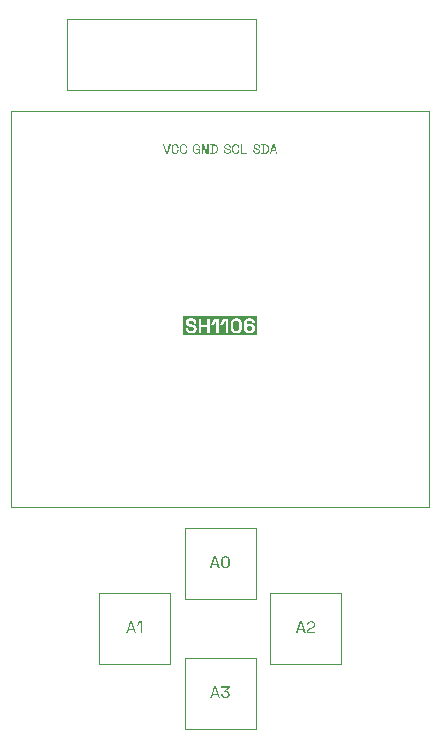
<source format=gbr>
%TF.GenerationSoftware,KiCad,Pcbnew,7.0.7-7.0.7~ubuntu22.04.1*%
%TF.CreationDate,2023-12-23T21:18:33-08:00*%
%TF.ProjectId,Wardriver-PCB,57617264-7269-4766-9572-2d5043422e6b,rev?*%
%TF.SameCoordinates,Original*%
%TF.FileFunction,Legend,Top*%
%TF.FilePolarity,Positive*%
%FSLAX46Y46*%
G04 Gerber Fmt 4.6, Leading zero omitted, Abs format (unit mm)*
G04 Created by KiCad (PCBNEW 7.0.7-7.0.7~ubuntu22.04.1) date 2023-12-23 21:18:33*
%MOMM*%
%LPD*%
G01*
G04 APERTURE LIST*
%ADD10C,0.150000*%
%ADD11C,0.250000*%
%ADD12C,0.120000*%
G04 APERTURE END LIST*
D10*
G36*
X-16608Y-27915000D02*
G01*
X-138485Y-27915000D01*
X-213468Y-27667581D01*
X-631123Y-27667581D01*
X-706105Y-27915000D01*
X-827983Y-27915000D01*
X-718550Y-27560359D01*
X-600592Y-27560359D01*
X-243998Y-27560359D01*
X-412770Y-27006416D01*
X-432065Y-27006416D01*
X-600592Y-27560359D01*
X-718550Y-27560359D01*
X-525610Y-26935097D01*
X-318980Y-26935097D01*
X-16608Y-27915000D01*
G37*
G36*
X442812Y-27934539D02*
G01*
X429803Y-27934386D01*
X416972Y-27933928D01*
X404318Y-27933165D01*
X391842Y-27932096D01*
X379543Y-27930723D01*
X367421Y-27929043D01*
X355477Y-27927059D01*
X343710Y-27924769D01*
X332121Y-27922174D01*
X320710Y-27919274D01*
X309475Y-27916068D01*
X298419Y-27912557D01*
X287539Y-27908741D01*
X276838Y-27904619D01*
X266313Y-27900192D01*
X255966Y-27895460D01*
X245877Y-27890407D01*
X236064Y-27885080D01*
X226528Y-27879477D01*
X217269Y-27873600D01*
X208286Y-27867448D01*
X199580Y-27861022D01*
X191151Y-27854320D01*
X182999Y-27847344D01*
X175123Y-27840093D01*
X167524Y-27832568D01*
X160201Y-27824767D01*
X153155Y-27816692D01*
X146386Y-27808342D01*
X139894Y-27799717D01*
X133678Y-27790817D01*
X127739Y-27781643D01*
X122149Y-27772213D01*
X116920Y-27762546D01*
X112051Y-27752643D01*
X107543Y-27742503D01*
X103396Y-27732126D01*
X99609Y-27721513D01*
X96183Y-27710664D01*
X93117Y-27699577D01*
X90413Y-27688254D01*
X88068Y-27676695D01*
X86085Y-27664899D01*
X84462Y-27652866D01*
X83200Y-27640596D01*
X82298Y-27628090D01*
X81757Y-27615348D01*
X81577Y-27602369D01*
X81577Y-27576235D01*
X195150Y-27576235D01*
X195150Y-27601880D01*
X195417Y-27615106D01*
X196218Y-27627976D01*
X197554Y-27640492D01*
X199424Y-27652652D01*
X201828Y-27664458D01*
X204767Y-27675909D01*
X208240Y-27687005D01*
X212247Y-27697745D01*
X216788Y-27708132D01*
X221864Y-27718163D01*
X227474Y-27727839D01*
X233618Y-27737160D01*
X240297Y-27746127D01*
X247509Y-27754738D01*
X255256Y-27762995D01*
X263538Y-27770896D01*
X272281Y-27778379D01*
X281352Y-27785379D01*
X290752Y-27791896D01*
X300479Y-27797931D01*
X310535Y-27803483D01*
X320920Y-27808552D01*
X331632Y-27813138D01*
X342672Y-27817241D01*
X354041Y-27820862D01*
X365738Y-27824000D01*
X377763Y-27826655D01*
X390117Y-27828828D01*
X402798Y-27830517D01*
X415808Y-27831724D01*
X429146Y-27832448D01*
X442812Y-27832690D01*
X456600Y-27832462D01*
X469999Y-27831778D01*
X483009Y-27830637D01*
X495630Y-27829041D01*
X507861Y-27826989D01*
X519703Y-27824481D01*
X531155Y-27821517D01*
X542219Y-27818096D01*
X552893Y-27814220D01*
X563178Y-27809887D01*
X573074Y-27805099D01*
X582580Y-27799854D01*
X591697Y-27794154D01*
X600425Y-27787997D01*
X608764Y-27781384D01*
X616713Y-27774316D01*
X624225Y-27766901D01*
X631253Y-27759249D01*
X637796Y-27751361D01*
X643854Y-27743236D01*
X649428Y-27734874D01*
X654517Y-27726276D01*
X659121Y-27717441D01*
X663241Y-27708370D01*
X666876Y-27699062D01*
X670027Y-27689518D01*
X672692Y-27679736D01*
X674873Y-27669719D01*
X676570Y-27659464D01*
X677781Y-27648973D01*
X678508Y-27638246D01*
X678751Y-27627281D01*
X678751Y-27617267D01*
X678480Y-27605351D01*
X677669Y-27593872D01*
X676316Y-27582831D01*
X674423Y-27572228D01*
X671989Y-27562062D01*
X669013Y-27552335D01*
X665497Y-27543046D01*
X659967Y-27531341D01*
X653476Y-27520415D01*
X647976Y-27512732D01*
X639947Y-27503099D01*
X631245Y-27494108D01*
X621873Y-27485758D01*
X611828Y-27478049D01*
X601112Y-27470981D01*
X592634Y-27466101D01*
X583778Y-27461582D01*
X574545Y-27457423D01*
X564933Y-27453625D01*
X555034Y-27450177D01*
X544938Y-27447067D01*
X534644Y-27444297D01*
X524153Y-27441867D01*
X513464Y-27439775D01*
X502577Y-27438023D01*
X491493Y-27436610D01*
X480212Y-27435536D01*
X468733Y-27434801D01*
X457056Y-27434405D01*
X449162Y-27434330D01*
X289916Y-27434330D01*
X289916Y-27293890D01*
X664096Y-27053311D01*
X664096Y-27036946D01*
X104780Y-27036946D01*
X104780Y-26935097D01*
X783287Y-26935097D01*
X783287Y-27093367D01*
X418388Y-27328817D01*
X418388Y-27345181D01*
X487997Y-27345181D01*
X498410Y-27345299D01*
X508704Y-27345654D01*
X518880Y-27346246D01*
X528938Y-27347074D01*
X538878Y-27348139D01*
X548699Y-27349440D01*
X558402Y-27350978D01*
X572734Y-27353728D01*
X586801Y-27357011D01*
X600601Y-27360827D01*
X614135Y-27365175D01*
X627403Y-27370055D01*
X640404Y-27375467D01*
X653078Y-27381358D01*
X665271Y-27387763D01*
X676984Y-27394684D01*
X688215Y-27402120D01*
X698966Y-27410071D01*
X709235Y-27418538D01*
X719024Y-27427519D01*
X728332Y-27437016D01*
X737159Y-27447028D01*
X745505Y-27457556D01*
X750802Y-27464860D01*
X758223Y-27476215D01*
X764913Y-27488115D01*
X770874Y-27500561D01*
X776104Y-27513552D01*
X780605Y-27527088D01*
X784376Y-27541170D01*
X786485Y-27550860D01*
X788269Y-27560793D01*
X789728Y-27570968D01*
X790864Y-27581386D01*
X791675Y-27592046D01*
X792161Y-27602948D01*
X792324Y-27614092D01*
X792324Y-27628991D01*
X792155Y-27640410D01*
X791648Y-27651648D01*
X790804Y-27662705D01*
X789622Y-27673581D01*
X788102Y-27684275D01*
X786244Y-27694788D01*
X784049Y-27705120D01*
X781516Y-27715270D01*
X778645Y-27725239D01*
X775436Y-27735027D01*
X771890Y-27744633D01*
X768006Y-27754059D01*
X763784Y-27763303D01*
X759225Y-27772365D01*
X754328Y-27781247D01*
X749093Y-27789947D01*
X743549Y-27798407D01*
X737728Y-27806628D01*
X731627Y-27814611D01*
X725248Y-27822355D01*
X718591Y-27829861D01*
X711655Y-27837128D01*
X704440Y-27844157D01*
X696947Y-27850947D01*
X689175Y-27857498D01*
X681124Y-27863812D01*
X672795Y-27869886D01*
X664188Y-27875722D01*
X655301Y-27881320D01*
X646137Y-27886679D01*
X636693Y-27891799D01*
X626971Y-27896681D01*
X617035Y-27901266D01*
X606890Y-27905554D01*
X596534Y-27909547D01*
X585969Y-27913244D01*
X575194Y-27916645D01*
X564208Y-27919751D01*
X553013Y-27922561D01*
X541608Y-27925075D01*
X529993Y-27927293D01*
X518169Y-27929215D01*
X506134Y-27930842D01*
X493889Y-27932173D01*
X481435Y-27933208D01*
X468770Y-27933947D01*
X455896Y-27934391D01*
X442812Y-27934539D01*
G37*
G36*
X7233880Y-22415000D02*
G01*
X7112003Y-22415000D01*
X7037020Y-22167581D01*
X6619365Y-22167581D01*
X6544383Y-22415000D01*
X6422505Y-22415000D01*
X6531938Y-22060359D01*
X6649896Y-22060359D01*
X7006490Y-22060359D01*
X6837718Y-21506416D01*
X6818423Y-21506416D01*
X6649896Y-22060359D01*
X6531938Y-22060359D01*
X6724878Y-21435097D01*
X6931508Y-21435097D01*
X7233880Y-22415000D01*
G37*
G36*
X7343301Y-22415000D02*
G01*
X7343301Y-22312418D01*
X7343443Y-22299543D01*
X7343870Y-22286993D01*
X7344580Y-22274768D01*
X7345576Y-22262867D01*
X7346855Y-22251290D01*
X7348419Y-22240038D01*
X7350267Y-22229110D01*
X7352399Y-22218506D01*
X7354816Y-22208227D01*
X7357517Y-22198272D01*
X7360502Y-22188642D01*
X7363772Y-22179336D01*
X7369209Y-22165985D01*
X7375286Y-22153364D01*
X7379693Y-22145355D01*
X7386827Y-22133755D01*
X7394488Y-22122584D01*
X7402678Y-22111842D01*
X7411395Y-22101529D01*
X7420641Y-22091646D01*
X7430415Y-22082192D01*
X7440716Y-22073167D01*
X7451546Y-22064572D01*
X7462904Y-22056406D01*
X7474790Y-22048670D01*
X7483008Y-22043750D01*
X7495738Y-22036565D01*
X7504477Y-22031883D01*
X7513419Y-22027286D01*
X7522562Y-22022775D01*
X7531908Y-22018350D01*
X7541457Y-22014011D01*
X7551207Y-22009758D01*
X7561160Y-22005591D01*
X7571316Y-22001509D01*
X7581673Y-21997513D01*
X7592233Y-21993604D01*
X7602995Y-21989780D01*
X7613959Y-21986042D01*
X7625125Y-21982389D01*
X7636494Y-21978823D01*
X7642254Y-21977072D01*
X7719191Y-21952648D01*
X7731000Y-21948861D01*
X7742521Y-21944920D01*
X7753754Y-21940824D01*
X7764700Y-21936574D01*
X7775358Y-21932169D01*
X7785729Y-21927609D01*
X7795812Y-21922895D01*
X7805607Y-21918026D01*
X7815115Y-21913003D01*
X7824334Y-21907825D01*
X7830321Y-21904288D01*
X7839021Y-21898797D01*
X7847351Y-21893039D01*
X7855313Y-21887016D01*
X7862905Y-21880726D01*
X7872453Y-21871926D01*
X7881345Y-21862652D01*
X7889581Y-21852905D01*
X7897160Y-21842685D01*
X7904083Y-21831992D01*
X7910265Y-21820677D01*
X7914361Y-21811764D01*
X7917993Y-21802487D01*
X7921161Y-21792845D01*
X7923866Y-21782838D01*
X7926107Y-21772466D01*
X7927885Y-21761729D01*
X7929199Y-21750627D01*
X7930049Y-21739160D01*
X7930435Y-21727329D01*
X7930461Y-21723304D01*
X7930461Y-21717686D01*
X7930211Y-21706237D01*
X7929461Y-21695094D01*
X7928211Y-21684255D01*
X7926461Y-21673722D01*
X7924212Y-21663495D01*
X7921462Y-21653572D01*
X7918212Y-21643955D01*
X7914463Y-21634644D01*
X7910213Y-21625637D01*
X7905464Y-21616936D01*
X7900215Y-21608540D01*
X7894466Y-21600450D01*
X7888216Y-21592664D01*
X7881467Y-21585184D01*
X7874218Y-21578010D01*
X7866469Y-21571140D01*
X7858323Y-21564634D01*
X7849884Y-21558547D01*
X7841150Y-21552879D01*
X7832123Y-21547632D01*
X7822801Y-21542804D01*
X7813186Y-21538397D01*
X7803277Y-21534409D01*
X7793074Y-21530840D01*
X7782577Y-21527692D01*
X7771787Y-21524963D01*
X7760702Y-21522654D01*
X7749324Y-21520765D01*
X7737652Y-21519296D01*
X7725686Y-21518247D01*
X7713426Y-21517617D01*
X7700873Y-21517407D01*
X7687774Y-21517630D01*
X7674979Y-21518300D01*
X7662487Y-21519416D01*
X7650299Y-21520979D01*
X7638414Y-21522988D01*
X7626833Y-21525444D01*
X7615554Y-21528346D01*
X7604580Y-21531695D01*
X7593908Y-21535491D01*
X7583541Y-21539732D01*
X7573476Y-21544421D01*
X7563715Y-21549556D01*
X7554257Y-21555137D01*
X7545103Y-21561165D01*
X7536252Y-21567639D01*
X7527704Y-21574560D01*
X7519571Y-21581898D01*
X7511962Y-21589684D01*
X7504878Y-21597918D01*
X7498319Y-21606601D01*
X7492284Y-21615733D01*
X7486775Y-21625313D01*
X7481790Y-21635341D01*
X7477329Y-21645818D01*
X7473394Y-21656743D01*
X7469983Y-21668116D01*
X7467097Y-21679938D01*
X7464735Y-21692209D01*
X7462899Y-21704927D01*
X7461587Y-21718095D01*
X7460800Y-21731710D01*
X7460538Y-21745774D01*
X7460538Y-21766046D01*
X7349163Y-21766046D01*
X7349163Y-21746507D01*
X7349340Y-21733353D01*
X7349873Y-21720453D01*
X7350760Y-21707807D01*
X7352002Y-21695414D01*
X7353599Y-21683276D01*
X7355551Y-21671391D01*
X7357858Y-21659760D01*
X7360520Y-21648382D01*
X7363537Y-21637259D01*
X7366909Y-21626389D01*
X7370635Y-21615773D01*
X7374717Y-21605411D01*
X7379153Y-21595302D01*
X7383945Y-21585448D01*
X7389091Y-21575847D01*
X7394592Y-21566500D01*
X7400435Y-21557417D01*
X7406545Y-21548609D01*
X7412922Y-21540076D01*
X7419566Y-21531817D01*
X7426477Y-21523834D01*
X7433656Y-21516125D01*
X7441101Y-21508691D01*
X7448814Y-21501531D01*
X7456794Y-21494647D01*
X7465041Y-21488037D01*
X7473555Y-21481702D01*
X7482336Y-21475642D01*
X7491385Y-21469856D01*
X7500700Y-21464345D01*
X7510283Y-21459109D01*
X7520133Y-21454148D01*
X7530198Y-21449446D01*
X7540428Y-21445046D01*
X7550822Y-21440950D01*
X7561379Y-21437158D01*
X7572101Y-21433669D01*
X7582987Y-21430483D01*
X7594037Y-21427601D01*
X7605251Y-21425022D01*
X7616630Y-21422747D01*
X7628172Y-21420775D01*
X7639879Y-21419106D01*
X7651749Y-21417741D01*
X7663784Y-21416679D01*
X7675983Y-21415920D01*
X7688346Y-21415465D01*
X7700873Y-21415314D01*
X7713391Y-21415460D01*
X7725728Y-21415901D01*
X7737884Y-21416636D01*
X7749858Y-21417664D01*
X7761652Y-21418987D01*
X7773264Y-21420603D01*
X7784695Y-21422513D01*
X7795944Y-21424717D01*
X7807012Y-21427215D01*
X7817899Y-21430006D01*
X7828605Y-21433092D01*
X7839129Y-21436471D01*
X7849472Y-21440144D01*
X7859634Y-21444111D01*
X7869615Y-21448372D01*
X7879414Y-21452927D01*
X7888989Y-21457715D01*
X7898297Y-21462739D01*
X7907338Y-21467997D01*
X7916112Y-21473489D01*
X7924618Y-21479216D01*
X7932857Y-21485178D01*
X7940830Y-21491375D01*
X7948535Y-21497807D01*
X7955973Y-21504473D01*
X7963144Y-21511373D01*
X7970047Y-21518509D01*
X7976684Y-21525879D01*
X7983053Y-21533484D01*
X7989155Y-21541324D01*
X7994991Y-21549398D01*
X8000559Y-21557707D01*
X8005823Y-21566220D01*
X8010748Y-21574907D01*
X8015333Y-21583768D01*
X8019579Y-21592802D01*
X8023485Y-21602010D01*
X8027051Y-21611391D01*
X8030278Y-21620946D01*
X8033165Y-21630675D01*
X8035712Y-21640577D01*
X8037920Y-21650653D01*
X8039788Y-21660903D01*
X8041317Y-21671326D01*
X8042505Y-21681923D01*
X8043354Y-21692693D01*
X8043864Y-21703637D01*
X8044034Y-21714755D01*
X8044034Y-21727944D01*
X8043887Y-21739662D01*
X8043446Y-21751125D01*
X8042711Y-21762331D01*
X8041683Y-21773282D01*
X8040361Y-21783977D01*
X8038744Y-21794417D01*
X8036834Y-21804600D01*
X8034630Y-21814528D01*
X8032133Y-21824201D01*
X8029341Y-21833618D01*
X8024603Y-21847263D01*
X8019203Y-21860334D01*
X8013142Y-21872829D01*
X8006420Y-21884748D01*
X7999154Y-21896181D01*
X7991368Y-21907214D01*
X7983062Y-21917848D01*
X7974238Y-21928082D01*
X7964893Y-21937918D01*
X7955029Y-21947354D01*
X7944646Y-21956390D01*
X7933743Y-21965028D01*
X7922320Y-21973266D01*
X7910379Y-21981105D01*
X7902129Y-21986109D01*
X7889429Y-21993388D01*
X7880743Y-21998135D01*
X7871882Y-22002799D01*
X7862845Y-22007378D01*
X7853632Y-22011874D01*
X7844244Y-22016285D01*
X7834680Y-22020613D01*
X7824941Y-22024857D01*
X7815026Y-22029017D01*
X7804936Y-22033092D01*
X7794670Y-22037084D01*
X7784229Y-22040992D01*
X7773612Y-22044816D01*
X7762820Y-22048556D01*
X7751852Y-22052212D01*
X7746302Y-22054009D01*
X7670831Y-22077212D01*
X7657671Y-22081401D01*
X7644936Y-22085632D01*
X7632626Y-22089907D01*
X7620742Y-22094225D01*
X7609282Y-22098585D01*
X7598248Y-22102989D01*
X7587638Y-22107435D01*
X7577454Y-22111925D01*
X7567694Y-22116457D01*
X7558360Y-22121032D01*
X7552373Y-22124106D01*
X7543784Y-22128848D01*
X7532967Y-22135530D01*
X7522875Y-22142624D01*
X7513507Y-22150131D01*
X7504866Y-22158050D01*
X7496949Y-22166381D01*
X7489757Y-22175124D01*
X7483290Y-22184279D01*
X7481787Y-22186632D01*
X7476234Y-22196452D01*
X7471422Y-22207103D01*
X7467350Y-22218586D01*
X7464018Y-22230901D01*
X7462005Y-22240684D01*
X7460409Y-22250934D01*
X7459229Y-22261652D01*
X7458465Y-22272839D01*
X7458118Y-22284493D01*
X7458095Y-22288482D01*
X7458095Y-22313150D01*
X8035485Y-22313150D01*
X8035485Y-22415000D01*
X7343301Y-22415000D01*
G37*
G36*
X612694Y18152368D02*
G01*
X602020Y18152487D01*
X591493Y18152844D01*
X581113Y18153440D01*
X570879Y18154273D01*
X560792Y18155345D01*
X550851Y18156654D01*
X541057Y18158202D01*
X531410Y18159988D01*
X521909Y18162012D01*
X512554Y18164275D01*
X503346Y18166775D01*
X494285Y18169514D01*
X485370Y18172491D01*
X476602Y18175705D01*
X467980Y18179158D01*
X459505Y18182849D01*
X451238Y18186778D01*
X443195Y18190943D01*
X435375Y18195345D01*
X427777Y18199983D01*
X420403Y18204858D01*
X413251Y18209970D01*
X406322Y18215318D01*
X399616Y18220903D01*
X393133Y18226724D01*
X386873Y18232782D01*
X380835Y18239076D01*
X375021Y18245608D01*
X369429Y18252375D01*
X364061Y18259380D01*
X358915Y18266621D01*
X353992Y18274099D01*
X349354Y18281838D01*
X345016Y18289816D01*
X340977Y18298031D01*
X337237Y18306485D01*
X333796Y18315177D01*
X330654Y18324107D01*
X327812Y18333276D01*
X325269Y18342682D01*
X323025Y18352327D01*
X321080Y18362209D01*
X319434Y18372330D01*
X318088Y18382689D01*
X317041Y18393286D01*
X316293Y18404121D01*
X315844Y18415195D01*
X315694Y18426506D01*
X315694Y18450735D01*
X408897Y18450735D01*
X408897Y18426506D01*
X409119Y18414515D01*
X409783Y18402915D01*
X410889Y18391708D01*
X412439Y18380894D01*
X414431Y18370471D01*
X416866Y18360441D01*
X419743Y18350804D01*
X423063Y18341558D01*
X426826Y18332705D01*
X431032Y18324245D01*
X435680Y18316176D01*
X440771Y18308500D01*
X446305Y18301216D01*
X452281Y18294325D01*
X458700Y18287826D01*
X465562Y18281719D01*
X472800Y18276017D01*
X480299Y18270682D01*
X488059Y18265716D01*
X496080Y18261117D01*
X504362Y18256886D01*
X512905Y18253023D01*
X521709Y18249529D01*
X530775Y18246401D01*
X540101Y18243642D01*
X549688Y18241251D01*
X559536Y18239228D01*
X569646Y18237572D01*
X580016Y18236284D01*
X590648Y18235365D01*
X601540Y18234813D01*
X612694Y18234629D01*
X623932Y18234788D01*
X634834Y18235267D01*
X645401Y18236065D01*
X655632Y18237181D01*
X665526Y18238617D01*
X675085Y18240372D01*
X684309Y18242445D01*
X693196Y18244838D01*
X701748Y18247550D01*
X709963Y18250581D01*
X717843Y18253931D01*
X725387Y18257600D01*
X732595Y18261588D01*
X739468Y18265895D01*
X746004Y18270521D01*
X752205Y18275466D01*
X758049Y18280684D01*
X766109Y18288842D01*
X773320Y18297399D01*
X779683Y18306355D01*
X785197Y18315708D01*
X789863Y18325461D01*
X793681Y18335611D01*
X796650Y18346160D01*
X798771Y18357108D01*
X800043Y18368453D01*
X800468Y18380198D01*
X800277Y18388075D01*
X799430Y18398124D01*
X797905Y18407654D01*
X795702Y18416665D01*
X792821Y18425157D01*
X789263Y18433130D01*
X785027Y18440584D01*
X780113Y18447519D01*
X778779Y18449172D01*
X773082Y18455559D01*
X766835Y18461628D01*
X760039Y18467380D01*
X752694Y18472815D01*
X744798Y18477931D01*
X736354Y18482731D01*
X727360Y18487213D01*
X717816Y18491377D01*
X710333Y18494352D01*
X702614Y18497269D01*
X694658Y18500127D01*
X686464Y18502927D01*
X678034Y18505668D01*
X669366Y18508351D01*
X660462Y18510976D01*
X651321Y18513542D01*
X641942Y18516050D01*
X632327Y18518499D01*
X625785Y18520100D01*
X567362Y18534559D01*
X558852Y18536742D01*
X550467Y18538992D01*
X542207Y18541309D01*
X534072Y18543694D01*
X526062Y18546145D01*
X518178Y18548664D01*
X510418Y18551250D01*
X502784Y18553903D01*
X495275Y18556623D01*
X487892Y18559411D01*
X477051Y18563718D01*
X466491Y18568176D01*
X456214Y18572785D01*
X446218Y18577546D01*
X436563Y18582524D01*
X427311Y18587788D01*
X418460Y18593337D01*
X410012Y18599171D01*
X401965Y18605289D01*
X394320Y18611693D01*
X387077Y18618382D01*
X380235Y18625356D01*
X373796Y18632616D01*
X367758Y18640160D01*
X363957Y18645348D01*
X358684Y18653438D01*
X353930Y18661953D01*
X349694Y18670895D01*
X345977Y18680262D01*
X342779Y18690056D01*
X340100Y18700275D01*
X337939Y18710920D01*
X336296Y18721991D01*
X335172Y18733488D01*
X334711Y18741389D01*
X334481Y18749480D01*
X334452Y18753596D01*
X334583Y18761781D01*
X334974Y18769826D01*
X335627Y18777730D01*
X336540Y18785494D01*
X338400Y18796877D01*
X340848Y18807943D01*
X343882Y18818694D01*
X347504Y18829128D01*
X351713Y18839247D01*
X356510Y18849049D01*
X361893Y18858536D01*
X367865Y18867706D01*
X374356Y18876558D01*
X381301Y18885015D01*
X388699Y18893077D01*
X396551Y18900743D01*
X404856Y18908015D01*
X413614Y18914892D01*
X422826Y18921374D01*
X432491Y18927460D01*
X442610Y18933152D01*
X449607Y18936727D01*
X456806Y18940127D01*
X460481Y18941761D01*
X467984Y18944908D01*
X475643Y18947852D01*
X483457Y18950593D01*
X491427Y18953130D01*
X499553Y18955465D01*
X507834Y18957597D01*
X516271Y18959526D01*
X524864Y18961251D01*
X533612Y18962774D01*
X542517Y18964094D01*
X551576Y18965210D01*
X560792Y18966124D01*
X570163Y18966835D01*
X579690Y18967342D01*
X589373Y18967647D01*
X599211Y18967748D01*
X609041Y18967641D01*
X618745Y18967321D01*
X628324Y18966787D01*
X637777Y18966039D01*
X647106Y18965077D01*
X656309Y18963901D01*
X665387Y18962512D01*
X674341Y18960909D01*
X683168Y18959093D01*
X691871Y18957063D01*
X700449Y18954819D01*
X708901Y18952361D01*
X717228Y18949690D01*
X725430Y18946804D01*
X733507Y18943706D01*
X741458Y18940393D01*
X749267Y18936871D01*
X756867Y18933145D01*
X764258Y18929214D01*
X771439Y18925079D01*
X778412Y18920739D01*
X785175Y18916195D01*
X791729Y18911446D01*
X798074Y18906492D01*
X804210Y18901334D01*
X810136Y18895971D01*
X815854Y18890404D01*
X821362Y18884632D01*
X826662Y18878656D01*
X831752Y18872475D01*
X836633Y18866090D01*
X841305Y18859500D01*
X845753Y18852727D01*
X849914Y18845743D01*
X853789Y18838548D01*
X857376Y18831143D01*
X860676Y18823527D01*
X863690Y18815701D01*
X866416Y18807664D01*
X868856Y18799416D01*
X871008Y18790958D01*
X872873Y18782289D01*
X874452Y18773409D01*
X875743Y18764318D01*
X876748Y18755017D01*
X877465Y18745506D01*
X877896Y18735783D01*
X878039Y18725850D01*
X878039Y18678760D01*
X785031Y18678760D01*
X785031Y18725850D01*
X784818Y18736284D01*
X784180Y18746337D01*
X783115Y18756008D01*
X781624Y18765298D01*
X779708Y18774207D01*
X777365Y18782735D01*
X774597Y18790882D01*
X771403Y18798647D01*
X767782Y18806031D01*
X763736Y18813033D01*
X760802Y18817490D01*
X756138Y18823920D01*
X751158Y18830020D01*
X745862Y18835790D01*
X740249Y18841230D01*
X734321Y18846341D01*
X728077Y18851122D01*
X721517Y18855574D01*
X714641Y18859695D01*
X707448Y18863487D01*
X699940Y18866949D01*
X694759Y18869074D01*
X686781Y18872007D01*
X678600Y18874652D01*
X670217Y18877008D01*
X661631Y18879076D01*
X652842Y18880855D01*
X643851Y18882346D01*
X634657Y18883548D01*
X625260Y18884461D01*
X615661Y18885087D01*
X605859Y18885423D01*
X599211Y18885487D01*
X589634Y18885354D01*
X580295Y18884956D01*
X571194Y18884292D01*
X562331Y18883362D01*
X553706Y18882167D01*
X545319Y18880706D01*
X537171Y18878980D01*
X529260Y18876988D01*
X521588Y18874730D01*
X514154Y18872207D01*
X503449Y18867924D01*
X493280Y18863043D01*
X483647Y18857565D01*
X474550Y18851489D01*
X466169Y18844861D01*
X458613Y18837729D01*
X451881Y18830092D01*
X445973Y18821951D01*
X440890Y18813304D01*
X436631Y18804152D01*
X433197Y18794496D01*
X430586Y18784334D01*
X428800Y18773668D01*
X427838Y18762497D01*
X427655Y18754769D01*
X427964Y18744565D01*
X428889Y18734863D01*
X430430Y18725661D01*
X432589Y18716960D01*
X435364Y18708759D01*
X438756Y18701060D01*
X442765Y18693860D01*
X447390Y18687162D01*
X452638Y18680916D01*
X458418Y18674974D01*
X464728Y18669338D01*
X471570Y18664008D01*
X478943Y18658983D01*
X486847Y18654263D01*
X495283Y18649848D01*
X504250Y18645739D01*
X513760Y18641834D01*
X521193Y18638973D01*
X528884Y18636171D01*
X536832Y18633427D01*
X545038Y18630742D01*
X553502Y18628115D01*
X562223Y18625546D01*
X571202Y18623036D01*
X580438Y18620585D01*
X589932Y18618191D01*
X593154Y18617406D01*
X651577Y18603143D01*
X660024Y18601151D01*
X668366Y18599085D01*
X676602Y18596944D01*
X684733Y18594728D01*
X692759Y18592438D01*
X700679Y18590073D01*
X708494Y18587632D01*
X716204Y18585117D01*
X723808Y18582528D01*
X731307Y18579863D01*
X738701Y18577124D01*
X749594Y18572875D01*
X760250Y18568457D01*
X770669Y18563871D01*
X774089Y18562305D01*
X784150Y18557421D01*
X793816Y18552221D01*
X803086Y18546705D01*
X811962Y18540873D01*
X820443Y18534725D01*
X828529Y18528261D01*
X836220Y18521481D01*
X843515Y18514385D01*
X850416Y18506973D01*
X856922Y18499245D01*
X861040Y18493917D01*
X866836Y18485592D01*
X872063Y18476810D01*
X876719Y18467572D01*
X880805Y18457876D01*
X884321Y18447724D01*
X887267Y18437115D01*
X889642Y18426049D01*
X891448Y18414526D01*
X892335Y18406590D01*
X892968Y18398452D01*
X893348Y18390110D01*
X893475Y18381565D01*
X893339Y18372964D01*
X892932Y18364502D01*
X892252Y18356179D01*
X891301Y18347994D01*
X890079Y18339949D01*
X888584Y18332042D01*
X886818Y18324274D01*
X884780Y18316646D01*
X882471Y18309156D01*
X878497Y18298182D01*
X873911Y18287520D01*
X868715Y18277171D01*
X862907Y18267134D01*
X858695Y18260616D01*
X851925Y18251182D01*
X844656Y18242149D01*
X836890Y18233519D01*
X828626Y18225290D01*
X822839Y18220027D01*
X816832Y18214943D01*
X810603Y18210038D01*
X804153Y18205311D01*
X797481Y18200762D01*
X790588Y18196393D01*
X783474Y18192202D01*
X776138Y18188189D01*
X768581Y18184355D01*
X760802Y18180700D01*
X752828Y18177269D01*
X744682Y18174060D01*
X736366Y18171072D01*
X727879Y18168305D01*
X719220Y18165759D01*
X710391Y18163435D01*
X701390Y18161332D01*
X692219Y18159451D01*
X682877Y18157791D01*
X673364Y18156352D01*
X663679Y18155135D01*
X653824Y18154139D01*
X643798Y18153364D01*
X633601Y18152811D01*
X623233Y18152479D01*
X612694Y18152368D01*
G37*
G36*
X1321389Y18152368D02*
G01*
X1312700Y18152447D01*
X1304122Y18152685D01*
X1295655Y18153081D01*
X1287298Y18153635D01*
X1279053Y18154348D01*
X1270917Y18155219D01*
X1262893Y18156248D01*
X1254979Y18157436D01*
X1247176Y18158782D01*
X1239483Y18160287D01*
X1224430Y18163771D01*
X1209820Y18167889D01*
X1195652Y18172640D01*
X1181928Y18178025D01*
X1168645Y18184043D01*
X1155806Y18190695D01*
X1143409Y18197980D01*
X1131455Y18205899D01*
X1119943Y18214451D01*
X1108874Y18223637D01*
X1098248Y18233457D01*
X1088192Y18243906D01*
X1078785Y18254932D01*
X1070027Y18266535D01*
X1061917Y18278715D01*
X1054456Y18291472D01*
X1047644Y18304806D01*
X1041481Y18318717D01*
X1035966Y18333205D01*
X1033452Y18340666D01*
X1031101Y18348271D01*
X1028911Y18356020D01*
X1026884Y18363913D01*
X1025018Y18371950D01*
X1023315Y18380132D01*
X1021775Y18388458D01*
X1020396Y18396928D01*
X1019180Y18405543D01*
X1018125Y18414302D01*
X1017233Y18423205D01*
X1016503Y18432252D01*
X1015936Y18441443D01*
X1015530Y18450779D01*
X1015287Y18460259D01*
X1015206Y18469884D01*
X1015206Y18650037D01*
X1015287Y18659673D01*
X1015530Y18669164D01*
X1015936Y18678511D01*
X1016503Y18687712D01*
X1017233Y18696768D01*
X1018125Y18705679D01*
X1019180Y18714445D01*
X1020396Y18723066D01*
X1021775Y18731542D01*
X1023315Y18739873D01*
X1025018Y18748059D01*
X1026884Y18756100D01*
X1028911Y18763996D01*
X1031101Y18771746D01*
X1033452Y18779352D01*
X1035966Y18786813D01*
X1041481Y18801300D01*
X1047644Y18815206D01*
X1054456Y18828533D01*
X1061917Y18841279D01*
X1070027Y18853446D01*
X1078785Y18865032D01*
X1088192Y18876038D01*
X1098248Y18886464D01*
X1108874Y18896307D01*
X1119943Y18905515D01*
X1131455Y18914088D01*
X1143409Y18922026D01*
X1155806Y18929329D01*
X1168645Y18935997D01*
X1181928Y18942030D01*
X1195652Y18947427D01*
X1209820Y18952190D01*
X1224430Y18956318D01*
X1239483Y18959810D01*
X1247176Y18961319D01*
X1254979Y18962668D01*
X1262893Y18963859D01*
X1270917Y18964891D01*
X1279053Y18965764D01*
X1287298Y18966478D01*
X1295655Y18967034D01*
X1304122Y18967431D01*
X1312700Y18967669D01*
X1321389Y18967748D01*
X1330008Y18967673D01*
X1338501Y18967446D01*
X1346867Y18967068D01*
X1355106Y18966539D01*
X1363219Y18965859D01*
X1371205Y18965028D01*
X1379064Y18964046D01*
X1394403Y18961628D01*
X1409234Y18958605D01*
X1423559Y18954978D01*
X1437377Y18950747D01*
X1450689Y18945911D01*
X1463493Y18940470D01*
X1475791Y18934425D01*
X1487581Y18927776D01*
X1498865Y18920522D01*
X1509643Y18912663D01*
X1519913Y18904200D01*
X1529677Y18895133D01*
X1534368Y18890372D01*
X1543360Y18880480D01*
X1551771Y18870146D01*
X1559602Y18859371D01*
X1566853Y18848155D01*
X1573524Y18836498D01*
X1579614Y18824399D01*
X1585125Y18811860D01*
X1590056Y18798879D01*
X1594406Y18785457D01*
X1598177Y18771594D01*
X1601367Y18757290D01*
X1603978Y18742544D01*
X1606008Y18727358D01*
X1607458Y18711730D01*
X1607966Y18703751D01*
X1608328Y18695661D01*
X1608546Y18687461D01*
X1608618Y18679151D01*
X1608618Y18673289D01*
X1515611Y18673289D01*
X1515611Y18682082D01*
X1515425Y18693020D01*
X1514869Y18703706D01*
X1513941Y18714141D01*
X1512643Y18724324D01*
X1510974Y18734254D01*
X1508934Y18743933D01*
X1506522Y18753360D01*
X1503740Y18762535D01*
X1500587Y18771459D01*
X1497063Y18780130D01*
X1493168Y18788550D01*
X1488903Y18796717D01*
X1484266Y18804633D01*
X1479258Y18812297D01*
X1473879Y18819709D01*
X1468130Y18826869D01*
X1462015Y18833683D01*
X1455493Y18840058D01*
X1448564Y18845993D01*
X1441226Y18851489D01*
X1433482Y18856545D01*
X1425329Y18861161D01*
X1416769Y18865337D01*
X1407802Y18869074D01*
X1398427Y18872371D01*
X1388644Y18875229D01*
X1378454Y18877647D01*
X1367856Y18879625D01*
X1356850Y18881164D01*
X1345437Y18882263D01*
X1333617Y18882923D01*
X1321389Y18883143D01*
X1309077Y18882904D01*
X1297105Y18882190D01*
X1285471Y18880999D01*
X1274177Y18879332D01*
X1263221Y18877189D01*
X1252604Y18874570D01*
X1242326Y18871474D01*
X1232387Y18867902D01*
X1222786Y18863853D01*
X1213525Y18859329D01*
X1204602Y18854328D01*
X1196019Y18848851D01*
X1187774Y18842897D01*
X1179868Y18836468D01*
X1172301Y18829562D01*
X1165073Y18822180D01*
X1158259Y18814395D01*
X1151884Y18806234D01*
X1145949Y18797695D01*
X1140454Y18788779D01*
X1135398Y18779487D01*
X1130782Y18769817D01*
X1126605Y18759770D01*
X1122868Y18749346D01*
X1119571Y18738545D01*
X1116713Y18727368D01*
X1114295Y18715813D01*
X1112317Y18703881D01*
X1110778Y18691571D01*
X1109679Y18678885D01*
X1109020Y18665822D01*
X1108800Y18652382D01*
X1108800Y18467734D01*
X1109020Y18454316D01*
X1109679Y18441271D01*
X1110778Y18428597D01*
X1112317Y18416297D01*
X1114295Y18404369D01*
X1116713Y18392813D01*
X1119571Y18381630D01*
X1122868Y18370819D01*
X1126605Y18360380D01*
X1130782Y18350315D01*
X1135398Y18340621D01*
X1140454Y18331300D01*
X1145949Y18322352D01*
X1151884Y18313776D01*
X1158259Y18305572D01*
X1165073Y18297741D01*
X1172301Y18290359D01*
X1179868Y18283453D01*
X1187774Y18277023D01*
X1196019Y18271070D01*
X1204602Y18265593D01*
X1213525Y18260592D01*
X1222786Y18256067D01*
X1232387Y18252019D01*
X1242326Y18248447D01*
X1252604Y18245351D01*
X1263221Y18242732D01*
X1274177Y18240588D01*
X1285471Y18238922D01*
X1297105Y18237731D01*
X1309077Y18237016D01*
X1321389Y18236778D01*
X1333617Y18236999D01*
X1345437Y18237661D01*
X1356850Y18238764D01*
X1367856Y18240308D01*
X1378454Y18242293D01*
X1388644Y18244719D01*
X1398427Y18247587D01*
X1407802Y18250896D01*
X1416769Y18254645D01*
X1425329Y18258836D01*
X1433482Y18263469D01*
X1441226Y18268542D01*
X1448564Y18274057D01*
X1455493Y18280012D01*
X1462015Y18286409D01*
X1468130Y18293247D01*
X1473879Y18300430D01*
X1479258Y18307862D01*
X1484266Y18315543D01*
X1488903Y18323472D01*
X1493168Y18331651D01*
X1497063Y18340078D01*
X1500587Y18348754D01*
X1503740Y18357678D01*
X1506522Y18366852D01*
X1508934Y18376275D01*
X1510974Y18385946D01*
X1512643Y18395866D01*
X1513941Y18406035D01*
X1514869Y18416452D01*
X1515425Y18427119D01*
X1515611Y18438034D01*
X1515611Y18455815D01*
X1608618Y18455815D01*
X1608618Y18440770D01*
X1608546Y18432472D01*
X1608328Y18424284D01*
X1607966Y18416205D01*
X1607458Y18408237D01*
X1606806Y18400378D01*
X1605065Y18384991D01*
X1602745Y18370043D01*
X1599845Y18355535D01*
X1596364Y18341467D01*
X1592304Y18327838D01*
X1587663Y18314649D01*
X1582442Y18301900D01*
X1576642Y18289590D01*
X1570261Y18277719D01*
X1563300Y18266289D01*
X1555759Y18255298D01*
X1547638Y18244747D01*
X1538937Y18234635D01*
X1534368Y18229744D01*
X1524858Y18220374D01*
X1514841Y18211609D01*
X1504317Y18203448D01*
X1493287Y18195892D01*
X1481749Y18188940D01*
X1469705Y18182593D01*
X1457154Y18176850D01*
X1444096Y18171712D01*
X1430532Y18167178D01*
X1416460Y18163249D01*
X1401882Y18159924D01*
X1386797Y18157204D01*
X1371205Y18155088D01*
X1363219Y18154257D01*
X1355106Y18153577D01*
X1346867Y18153048D01*
X1338501Y18152670D01*
X1330008Y18152444D01*
X1321389Y18152368D01*
G37*
G36*
X1756923Y18168000D02*
G01*
X1756923Y18951921D01*
X1850712Y18951921D01*
X1850712Y18253191D01*
X2247167Y18253191D01*
X2247167Y18168000D01*
X1756923Y18168000D01*
G37*
G36*
X3101892Y18152368D02*
G01*
X3091218Y18152487D01*
X3080691Y18152844D01*
X3070311Y18153440D01*
X3060077Y18154273D01*
X3049990Y18155345D01*
X3040049Y18156654D01*
X3030255Y18158202D01*
X3020608Y18159988D01*
X3011107Y18162012D01*
X3001752Y18164275D01*
X2992544Y18166775D01*
X2983483Y18169514D01*
X2974568Y18172491D01*
X2965800Y18175705D01*
X2957178Y18179158D01*
X2948703Y18182849D01*
X2940436Y18186778D01*
X2932393Y18190943D01*
X2924573Y18195345D01*
X2916975Y18199983D01*
X2909601Y18204858D01*
X2902449Y18209970D01*
X2895520Y18215318D01*
X2888814Y18220903D01*
X2882331Y18226724D01*
X2876071Y18232782D01*
X2870033Y18239076D01*
X2864219Y18245608D01*
X2858627Y18252375D01*
X2853259Y18259380D01*
X2848113Y18266621D01*
X2843190Y18274099D01*
X2838552Y18281838D01*
X2834214Y18289816D01*
X2830175Y18298031D01*
X2826435Y18306485D01*
X2822994Y18315177D01*
X2819852Y18324107D01*
X2817010Y18333276D01*
X2814467Y18342682D01*
X2812223Y18352327D01*
X2810278Y18362209D01*
X2808632Y18372330D01*
X2807286Y18382689D01*
X2806239Y18393286D01*
X2805491Y18404121D01*
X2805042Y18415195D01*
X2804892Y18426506D01*
X2804892Y18450735D01*
X2898095Y18450735D01*
X2898095Y18426506D01*
X2898317Y18414515D01*
X2898981Y18402915D01*
X2900087Y18391708D01*
X2901637Y18380894D01*
X2903629Y18370471D01*
X2906064Y18360441D01*
X2908941Y18350804D01*
X2912261Y18341558D01*
X2916024Y18332705D01*
X2920230Y18324245D01*
X2924878Y18316176D01*
X2929969Y18308500D01*
X2935503Y18301216D01*
X2941479Y18294325D01*
X2947898Y18287826D01*
X2954760Y18281719D01*
X2961998Y18276017D01*
X2969497Y18270682D01*
X2977257Y18265716D01*
X2985278Y18261117D01*
X2993560Y18256886D01*
X3002103Y18253023D01*
X3010907Y18249529D01*
X3019973Y18246401D01*
X3029299Y18243642D01*
X3038886Y18241251D01*
X3048734Y18239228D01*
X3058844Y18237572D01*
X3069214Y18236284D01*
X3079846Y18235365D01*
X3090738Y18234813D01*
X3101892Y18234629D01*
X3113130Y18234788D01*
X3124032Y18235267D01*
X3134599Y18236065D01*
X3144830Y18237181D01*
X3154724Y18238617D01*
X3164283Y18240372D01*
X3173507Y18242445D01*
X3182394Y18244838D01*
X3190946Y18247550D01*
X3199161Y18250581D01*
X3207041Y18253931D01*
X3214585Y18257600D01*
X3221793Y18261588D01*
X3228666Y18265895D01*
X3235202Y18270521D01*
X3241403Y18275466D01*
X3247247Y18280684D01*
X3255307Y18288842D01*
X3262518Y18297399D01*
X3268881Y18306355D01*
X3274395Y18315708D01*
X3279061Y18325461D01*
X3282879Y18335611D01*
X3285848Y18346160D01*
X3287969Y18357108D01*
X3289241Y18368453D01*
X3289666Y18380198D01*
X3289475Y18388075D01*
X3288628Y18398124D01*
X3287103Y18407654D01*
X3284900Y18416665D01*
X3282019Y18425157D01*
X3278461Y18433130D01*
X3274225Y18440584D01*
X3269311Y18447519D01*
X3267977Y18449172D01*
X3262280Y18455559D01*
X3256033Y18461628D01*
X3249237Y18467380D01*
X3241892Y18472815D01*
X3233996Y18477931D01*
X3225552Y18482731D01*
X3216558Y18487213D01*
X3207014Y18491377D01*
X3199531Y18494352D01*
X3191812Y18497269D01*
X3183856Y18500127D01*
X3175662Y18502927D01*
X3167232Y18505668D01*
X3158564Y18508351D01*
X3149660Y18510976D01*
X3140519Y18513542D01*
X3131140Y18516050D01*
X3121525Y18518499D01*
X3114983Y18520100D01*
X3056560Y18534559D01*
X3048050Y18536742D01*
X3039665Y18538992D01*
X3031405Y18541309D01*
X3023270Y18543694D01*
X3015260Y18546145D01*
X3007376Y18548664D01*
X2999616Y18551250D01*
X2991982Y18553903D01*
X2984473Y18556623D01*
X2977090Y18559411D01*
X2966249Y18563718D01*
X2955689Y18568176D01*
X2945412Y18572785D01*
X2935416Y18577546D01*
X2925761Y18582524D01*
X2916509Y18587788D01*
X2907658Y18593337D01*
X2899210Y18599171D01*
X2891163Y18605289D01*
X2883518Y18611693D01*
X2876275Y18618382D01*
X2869433Y18625356D01*
X2862994Y18632616D01*
X2856956Y18640160D01*
X2853155Y18645348D01*
X2847882Y18653438D01*
X2843128Y18661953D01*
X2838892Y18670895D01*
X2835175Y18680262D01*
X2831977Y18690056D01*
X2829298Y18700275D01*
X2827137Y18710920D01*
X2825494Y18721991D01*
X2824370Y18733488D01*
X2823909Y18741389D01*
X2823679Y18749480D01*
X2823650Y18753596D01*
X2823781Y18761781D01*
X2824172Y18769826D01*
X2824825Y18777730D01*
X2825738Y18785494D01*
X2827598Y18796877D01*
X2830046Y18807943D01*
X2833080Y18818694D01*
X2836702Y18829128D01*
X2840911Y18839247D01*
X2845708Y18849049D01*
X2851091Y18858536D01*
X2857063Y18867706D01*
X2863554Y18876558D01*
X2870499Y18885015D01*
X2877897Y18893077D01*
X2885749Y18900743D01*
X2894054Y18908015D01*
X2902812Y18914892D01*
X2912024Y18921374D01*
X2921689Y18927460D01*
X2931808Y18933152D01*
X2938805Y18936727D01*
X2946004Y18940127D01*
X2949679Y18941761D01*
X2957182Y18944908D01*
X2964841Y18947852D01*
X2972655Y18950593D01*
X2980625Y18953130D01*
X2988751Y18955465D01*
X2997032Y18957597D01*
X3005469Y18959526D01*
X3014062Y18961251D01*
X3022810Y18962774D01*
X3031715Y18964094D01*
X3040774Y18965210D01*
X3049990Y18966124D01*
X3059361Y18966835D01*
X3068888Y18967342D01*
X3078571Y18967647D01*
X3088409Y18967748D01*
X3098239Y18967641D01*
X3107943Y18967321D01*
X3117522Y18966787D01*
X3126975Y18966039D01*
X3136304Y18965077D01*
X3145507Y18963901D01*
X3154585Y18962512D01*
X3163539Y18960909D01*
X3172366Y18959093D01*
X3181069Y18957063D01*
X3189647Y18954819D01*
X3198099Y18952361D01*
X3206426Y18949690D01*
X3214628Y18946804D01*
X3222705Y18943706D01*
X3230656Y18940393D01*
X3238465Y18936871D01*
X3246065Y18933145D01*
X3253456Y18929214D01*
X3260637Y18925079D01*
X3267610Y18920739D01*
X3274373Y18916195D01*
X3280927Y18911446D01*
X3287272Y18906492D01*
X3293408Y18901334D01*
X3299334Y18895971D01*
X3305052Y18890404D01*
X3310560Y18884632D01*
X3315860Y18878656D01*
X3320950Y18872475D01*
X3325831Y18866090D01*
X3330503Y18859500D01*
X3334951Y18852727D01*
X3339112Y18845743D01*
X3342987Y18838548D01*
X3346574Y18831143D01*
X3349874Y18823527D01*
X3352888Y18815701D01*
X3355614Y18807664D01*
X3358054Y18799416D01*
X3360206Y18790958D01*
X3362071Y18782289D01*
X3363650Y18773409D01*
X3364941Y18764318D01*
X3365946Y18755017D01*
X3366663Y18745506D01*
X3367094Y18735783D01*
X3367237Y18725850D01*
X3367237Y18678760D01*
X3274229Y18678760D01*
X3274229Y18725850D01*
X3274016Y18736284D01*
X3273378Y18746337D01*
X3272313Y18756008D01*
X3270822Y18765298D01*
X3268906Y18774207D01*
X3266563Y18782735D01*
X3263795Y18790882D01*
X3260601Y18798647D01*
X3256980Y18806031D01*
X3252934Y18813033D01*
X3250000Y18817490D01*
X3245336Y18823920D01*
X3240356Y18830020D01*
X3235060Y18835790D01*
X3229447Y18841230D01*
X3223519Y18846341D01*
X3217275Y18851122D01*
X3210715Y18855574D01*
X3203839Y18859695D01*
X3196646Y18863487D01*
X3189138Y18866949D01*
X3183957Y18869074D01*
X3175979Y18872007D01*
X3167798Y18874652D01*
X3159415Y18877008D01*
X3150829Y18879076D01*
X3142040Y18880855D01*
X3133049Y18882346D01*
X3123855Y18883548D01*
X3114458Y18884461D01*
X3104859Y18885087D01*
X3095057Y18885423D01*
X3088409Y18885487D01*
X3078832Y18885354D01*
X3069493Y18884956D01*
X3060392Y18884292D01*
X3051529Y18883362D01*
X3042904Y18882167D01*
X3034517Y18880706D01*
X3026369Y18878980D01*
X3018458Y18876988D01*
X3010786Y18874730D01*
X3003352Y18872207D01*
X2992647Y18867924D01*
X2982478Y18863043D01*
X2972845Y18857565D01*
X2963748Y18851489D01*
X2955367Y18844861D01*
X2947811Y18837729D01*
X2941079Y18830092D01*
X2935171Y18821951D01*
X2930088Y18813304D01*
X2925829Y18804152D01*
X2922395Y18794496D01*
X2919784Y18784334D01*
X2917998Y18773668D01*
X2917036Y18762497D01*
X2916853Y18754769D01*
X2917162Y18744565D01*
X2918087Y18734863D01*
X2919628Y18725661D01*
X2921787Y18716960D01*
X2924562Y18708759D01*
X2927954Y18701060D01*
X2931963Y18693860D01*
X2936588Y18687162D01*
X2941836Y18680916D01*
X2947616Y18674974D01*
X2953926Y18669338D01*
X2960768Y18664008D01*
X2968141Y18658983D01*
X2976045Y18654263D01*
X2984481Y18649848D01*
X2993448Y18645739D01*
X3002958Y18641834D01*
X3010391Y18638973D01*
X3018082Y18636171D01*
X3026030Y18633427D01*
X3034236Y18630742D01*
X3042700Y18628115D01*
X3051421Y18625546D01*
X3060400Y18623036D01*
X3069636Y18620585D01*
X3079130Y18618191D01*
X3082352Y18617406D01*
X3140775Y18603143D01*
X3149222Y18601151D01*
X3157564Y18599085D01*
X3165800Y18596944D01*
X3173931Y18594728D01*
X3181957Y18592438D01*
X3189877Y18590073D01*
X3197692Y18587632D01*
X3205402Y18585117D01*
X3213006Y18582528D01*
X3220505Y18579863D01*
X3227899Y18577124D01*
X3238792Y18572875D01*
X3249448Y18568457D01*
X3259867Y18563871D01*
X3263287Y18562305D01*
X3273348Y18557421D01*
X3283014Y18552221D01*
X3292284Y18546705D01*
X3301160Y18540873D01*
X3309641Y18534725D01*
X3317727Y18528261D01*
X3325418Y18521481D01*
X3332713Y18514385D01*
X3339614Y18506973D01*
X3346120Y18499245D01*
X3350238Y18493917D01*
X3356034Y18485592D01*
X3361261Y18476810D01*
X3365917Y18467572D01*
X3370003Y18457876D01*
X3373519Y18447724D01*
X3376465Y18437115D01*
X3378840Y18426049D01*
X3380646Y18414526D01*
X3381533Y18406590D01*
X3382166Y18398452D01*
X3382546Y18390110D01*
X3382673Y18381565D01*
X3382537Y18372964D01*
X3382130Y18364502D01*
X3381450Y18356179D01*
X3380499Y18347994D01*
X3379277Y18339949D01*
X3377782Y18332042D01*
X3376016Y18324274D01*
X3373978Y18316646D01*
X3371669Y18309156D01*
X3367695Y18298182D01*
X3363109Y18287520D01*
X3357913Y18277171D01*
X3352105Y18267134D01*
X3347893Y18260616D01*
X3341123Y18251182D01*
X3333854Y18242149D01*
X3326088Y18233519D01*
X3317824Y18225290D01*
X3312037Y18220027D01*
X3306030Y18214943D01*
X3299801Y18210038D01*
X3293351Y18205311D01*
X3286679Y18200762D01*
X3279786Y18196393D01*
X3272672Y18192202D01*
X3265336Y18188189D01*
X3257779Y18184355D01*
X3250000Y18180700D01*
X3242026Y18177269D01*
X3233880Y18174060D01*
X3225564Y18171072D01*
X3217077Y18168305D01*
X3208418Y18165759D01*
X3199589Y18163435D01*
X3190588Y18161332D01*
X3181417Y18159451D01*
X3172075Y18157791D01*
X3162562Y18156352D01*
X3152877Y18155135D01*
X3143022Y18154139D01*
X3132996Y18153364D01*
X3122799Y18152811D01*
X3112431Y18152479D01*
X3101892Y18152368D01*
G37*
G36*
X3800260Y18951845D02*
G01*
X3809726Y18951615D01*
X3819056Y18951231D01*
X3828248Y18950694D01*
X3837304Y18950004D01*
X3846222Y18949160D01*
X3855004Y18948163D01*
X3863648Y18947012D01*
X3872156Y18945708D01*
X3880526Y18944251D01*
X3888760Y18942640D01*
X3896856Y18940875D01*
X3904816Y18938958D01*
X3912638Y18936887D01*
X3920324Y18934662D01*
X3927872Y18932284D01*
X3935284Y18929753D01*
X3949695Y18924230D01*
X3963559Y18918093D01*
X3976875Y18911343D01*
X3989643Y18903979D01*
X4001863Y18896002D01*
X4013534Y18887410D01*
X4024658Y18878205D01*
X4030014Y18873373D01*
X4040283Y18863249D01*
X4049890Y18852466D01*
X4058834Y18841023D01*
X4067115Y18828921D01*
X4074734Y18816159D01*
X4081690Y18802738D01*
X4087984Y18788657D01*
X4090882Y18781370D01*
X4093615Y18773917D01*
X4096183Y18766300D01*
X4098584Y18758518D01*
X4100820Y18750571D01*
X4102890Y18742459D01*
X4104795Y18734182D01*
X4106534Y18725740D01*
X4108108Y18717134D01*
X4109515Y18708362D01*
X4110758Y18699426D01*
X4111834Y18690325D01*
X4112745Y18681059D01*
X4113491Y18671628D01*
X4114070Y18662033D01*
X4114484Y18652272D01*
X4114733Y18642347D01*
X4114816Y18632256D01*
X4114816Y18486883D01*
X4114733Y18476793D01*
X4114484Y18466868D01*
X4114070Y18457108D01*
X4113491Y18447514D01*
X4112745Y18438085D01*
X4111834Y18428821D01*
X4110758Y18419722D01*
X4109515Y18410789D01*
X4108108Y18402021D01*
X4106534Y18393418D01*
X4104795Y18384980D01*
X4102890Y18376708D01*
X4100820Y18368601D01*
X4098584Y18360659D01*
X4096183Y18352882D01*
X4093615Y18345271D01*
X4090882Y18337825D01*
X4087984Y18330544D01*
X4081690Y18316478D01*
X4074734Y18303073D01*
X4067115Y18290329D01*
X4058834Y18278245D01*
X4049890Y18266823D01*
X4040283Y18256062D01*
X4030014Y18245962D01*
X4019165Y18236521D01*
X4007767Y18227689D01*
X3995821Y18219467D01*
X3983327Y18211853D01*
X3970286Y18204849D01*
X3956696Y18198454D01*
X3942558Y18192667D01*
X3927872Y18187490D01*
X3920324Y18185130D01*
X3912638Y18182922D01*
X3904816Y18180866D01*
X3896856Y18178963D01*
X3888760Y18177212D01*
X3880526Y18175613D01*
X3872156Y18174166D01*
X3863648Y18172872D01*
X3855004Y18171730D01*
X3846222Y18170740D01*
X3837304Y18169903D01*
X3828248Y18169218D01*
X3819056Y18168685D01*
X3809726Y18168304D01*
X3800260Y18168076D01*
X3790656Y18168000D01*
X3485646Y18168000D01*
X3485646Y18251824D01*
X3595067Y18251824D01*
X3595067Y18866143D01*
X3688856Y18866143D01*
X3688856Y18253191D01*
X3791243Y18253191D01*
X3805216Y18253409D01*
X3818757Y18254062D01*
X3831863Y18255149D01*
X3844536Y18256672D01*
X3856776Y18258630D01*
X3868582Y18261022D01*
X3879955Y18263850D01*
X3890894Y18267113D01*
X3901399Y18270811D01*
X3911471Y18274944D01*
X3921110Y18279512D01*
X3930315Y18284516D01*
X3939086Y18289954D01*
X3947424Y18295827D01*
X3955328Y18302135D01*
X3962799Y18308879D01*
X3969850Y18316108D01*
X3976446Y18323826D01*
X3982587Y18332033D01*
X3988273Y18340728D01*
X3993505Y18349912D01*
X3998281Y18359584D01*
X4002603Y18369744D01*
X4006469Y18380393D01*
X4009881Y18391531D01*
X4012838Y18403157D01*
X4015340Y18415271D01*
X4017387Y18427874D01*
X4018979Y18440965D01*
X4020117Y18454545D01*
X4020799Y18468614D01*
X4021026Y18483170D01*
X4021026Y18635969D01*
X4020799Y18650688D01*
X4020117Y18664902D01*
X4018979Y18678611D01*
X4017387Y18691815D01*
X4015340Y18704513D01*
X4012838Y18716706D01*
X4009881Y18728394D01*
X4006469Y18739577D01*
X4002603Y18750254D01*
X3998281Y18760426D01*
X3993505Y18770092D01*
X3988273Y18779254D01*
X3982587Y18787910D01*
X3976446Y18796061D01*
X3969850Y18803706D01*
X3962799Y18810847D01*
X3955328Y18817543D01*
X3947424Y18823807D01*
X3939086Y18829639D01*
X3930315Y18835039D01*
X3921110Y18840007D01*
X3911471Y18844543D01*
X3901399Y18848647D01*
X3890894Y18852319D01*
X3879955Y18855559D01*
X3868582Y18858367D01*
X3856776Y18860743D01*
X3844536Y18862687D01*
X3831863Y18864199D01*
X3818757Y18865279D01*
X3805216Y18865927D01*
X3791243Y18866143D01*
X3688856Y18866143D01*
X3595067Y18866143D01*
X3595067Y18868293D01*
X3485646Y18868293D01*
X3485646Y18951921D01*
X3790656Y18951921D01*
X3800260Y18951845D01*
G37*
G36*
X4841291Y18168000D02*
G01*
X4743790Y18168000D01*
X4683804Y18365934D01*
X4349679Y18365934D01*
X4289693Y18168000D01*
X4192192Y18168000D01*
X4279738Y18451712D01*
X4374104Y18451712D01*
X4659379Y18451712D01*
X4524362Y18894866D01*
X4508926Y18894866D01*
X4374104Y18451712D01*
X4279738Y18451712D01*
X4434090Y18951921D01*
X4599393Y18951921D01*
X4841291Y18168000D01*
G37*
G36*
X-2019727Y18152368D02*
G01*
X-2030517Y18152510D01*
X-2041150Y18152936D01*
X-2051626Y18153646D01*
X-2061944Y18154639D01*
X-2072106Y18155917D01*
X-2082110Y18157479D01*
X-2091957Y18159324D01*
X-2101646Y18161454D01*
X-2111179Y18163867D01*
X-2120554Y18166565D01*
X-2129771Y18169546D01*
X-2138832Y18172811D01*
X-2147736Y18176360D01*
X-2156482Y18180193D01*
X-2165071Y18184310D01*
X-2173502Y18188711D01*
X-2181717Y18193389D01*
X-2189705Y18198334D01*
X-2197465Y18203549D01*
X-2204998Y18209032D01*
X-2212303Y18214784D01*
X-2219380Y18220805D01*
X-2226231Y18227094D01*
X-2232853Y18233652D01*
X-2239249Y18240479D01*
X-2245417Y18247574D01*
X-2251357Y18254938D01*
X-2257070Y18262570D01*
X-2262556Y18270472D01*
X-2267814Y18278642D01*
X-2272844Y18287080D01*
X-2277648Y18295787D01*
X-2282167Y18304779D01*
X-2286395Y18314023D01*
X-2290331Y18323519D01*
X-2293975Y18333266D01*
X-2297328Y18343266D01*
X-2300390Y18353517D01*
X-2303159Y18364020D01*
X-2305638Y18374775D01*
X-2307825Y18385782D01*
X-2309720Y18397041D01*
X-2311323Y18408552D01*
X-2312635Y18420315D01*
X-2313656Y18432329D01*
X-2314385Y18444595D01*
X-2314822Y18457114D01*
X-2314968Y18469884D01*
X-2314968Y18650037D01*
X-2314887Y18659673D01*
X-2314643Y18669164D01*
X-2314238Y18678511D01*
X-2313670Y18687712D01*
X-2312940Y18696768D01*
X-2312048Y18705679D01*
X-2310994Y18714445D01*
X-2309778Y18723066D01*
X-2308399Y18731542D01*
X-2306858Y18739873D01*
X-2305155Y18748059D01*
X-2303290Y18756100D01*
X-2301263Y18763996D01*
X-2299073Y18771746D01*
X-2296721Y18779352D01*
X-2294207Y18786813D01*
X-2288693Y18801300D01*
X-2282529Y18815206D01*
X-2275717Y18828533D01*
X-2268256Y18841279D01*
X-2260147Y18853446D01*
X-2251388Y18865032D01*
X-2241981Y18876038D01*
X-2231925Y18886464D01*
X-2221299Y18896307D01*
X-2210230Y18905515D01*
X-2198719Y18914088D01*
X-2186765Y18922026D01*
X-2174368Y18929329D01*
X-2161528Y18935997D01*
X-2148246Y18942030D01*
X-2134521Y18947427D01*
X-2120354Y18952190D01*
X-2105743Y18956318D01*
X-2090690Y18959810D01*
X-2082998Y18961319D01*
X-2075195Y18962668D01*
X-2067281Y18963859D01*
X-2059256Y18964891D01*
X-2051121Y18965764D01*
X-2042875Y18966478D01*
X-2034519Y18967034D01*
X-2026051Y18967431D01*
X-2017474Y18967669D01*
X-2008785Y18967748D01*
X-2000167Y18967674D01*
X-1991679Y18967450D01*
X-1983320Y18967077D01*
X-1975092Y18966555D01*
X-1966993Y18965883D01*
X-1959024Y18965062D01*
X-1951184Y18964092D01*
X-1935895Y18961705D01*
X-1921124Y18958721D01*
X-1906872Y18955139D01*
X-1893140Y18950961D01*
X-1879926Y18946186D01*
X-1867232Y18940815D01*
X-1855056Y18934846D01*
X-1843400Y18928280D01*
X-1832262Y18921118D01*
X-1821644Y18913359D01*
X-1811544Y18905002D01*
X-1801964Y18896049D01*
X-1797368Y18891349D01*
X-1788567Y18881598D01*
X-1780332Y18871446D01*
X-1772666Y18860893D01*
X-1765568Y18849938D01*
X-1759038Y18838581D01*
X-1753075Y18826823D01*
X-1747680Y18814664D01*
X-1742853Y18802103D01*
X-1738594Y18789140D01*
X-1734903Y18775776D01*
X-1731780Y18762011D01*
X-1729225Y18747844D01*
X-1727237Y18733276D01*
X-1725817Y18718306D01*
X-1724966Y18702935D01*
X-1724753Y18695099D01*
X-1724682Y18687162D01*
X-1724682Y18681886D01*
X-1817689Y18681886D01*
X-1817689Y18690093D01*
X-1817868Y18700428D01*
X-1818404Y18710550D01*
X-1819297Y18720459D01*
X-1820547Y18730155D01*
X-1822154Y18739638D01*
X-1824119Y18748908D01*
X-1826441Y18757965D01*
X-1829120Y18766810D01*
X-1832156Y18775441D01*
X-1835550Y18783859D01*
X-1838010Y18789353D01*
X-1841978Y18797360D01*
X-1846334Y18805041D01*
X-1851078Y18812395D01*
X-1856210Y18819423D01*
X-1861730Y18826124D01*
X-1867638Y18832500D01*
X-1873934Y18838549D01*
X-1880619Y18844271D01*
X-1887691Y18849668D01*
X-1895152Y18854738D01*
X-1900341Y18857937D01*
X-1908466Y18862441D01*
X-1917013Y18866503D01*
X-1925983Y18870121D01*
X-1935375Y18873297D01*
X-1945189Y18876029D01*
X-1955426Y18878318D01*
X-1966086Y18880164D01*
X-1977168Y18881567D01*
X-1988672Y18882527D01*
X-1996577Y18882921D01*
X-2004669Y18883118D01*
X-2008785Y18883143D01*
X-2021096Y18882904D01*
X-2033069Y18882190D01*
X-2044702Y18880999D01*
X-2055997Y18879332D01*
X-2066953Y18877189D01*
X-2077570Y18874570D01*
X-2087848Y18871474D01*
X-2097787Y18867902D01*
X-2107387Y18863853D01*
X-2116649Y18859329D01*
X-2125571Y18854328D01*
X-2134155Y18848851D01*
X-2142400Y18842897D01*
X-2150305Y18836468D01*
X-2157872Y18829562D01*
X-2165100Y18822180D01*
X-2171915Y18814395D01*
X-2178290Y18806234D01*
X-2184225Y18797695D01*
X-2189720Y18788779D01*
X-2194776Y18779487D01*
X-2199392Y18769817D01*
X-2203569Y18759770D01*
X-2207306Y18749346D01*
X-2210603Y18738545D01*
X-2213461Y18727368D01*
X-2215879Y18715813D01*
X-2217857Y18703881D01*
X-2219396Y18691571D01*
X-2220495Y18678885D01*
X-2221154Y18665822D01*
X-2221374Y18652382D01*
X-2221374Y18467734D01*
X-2221154Y18454315D01*
X-2220495Y18441268D01*
X-2219396Y18428591D01*
X-2217857Y18416285D01*
X-2215879Y18404349D01*
X-2213461Y18392785D01*
X-2210603Y18381592D01*
X-2207306Y18370770D01*
X-2203569Y18360319D01*
X-2199392Y18350238D01*
X-2194776Y18340529D01*
X-2189720Y18331190D01*
X-2184225Y18322223D01*
X-2178290Y18313626D01*
X-2171915Y18305401D01*
X-2165100Y18297546D01*
X-2157870Y18290116D01*
X-2150296Y18283166D01*
X-2142379Y18276695D01*
X-2134118Y18270704D01*
X-2125514Y18265191D01*
X-2116566Y18260158D01*
X-2107275Y18255605D01*
X-2097641Y18251531D01*
X-2087662Y18247936D01*
X-2077341Y18244820D01*
X-2066676Y18242184D01*
X-2055667Y18240027D01*
X-2044316Y18238349D01*
X-2032620Y18237151D01*
X-2020581Y18236432D01*
X-2008199Y18236192D01*
X-1996021Y18236411D01*
X-1984254Y18237068D01*
X-1972897Y18238164D01*
X-1961951Y18239697D01*
X-1951416Y18241668D01*
X-1941292Y18244078D01*
X-1931578Y18246926D01*
X-1922274Y18250212D01*
X-1913381Y18253936D01*
X-1904899Y18258098D01*
X-1896828Y18262698D01*
X-1889167Y18267736D01*
X-1881917Y18273212D01*
X-1875077Y18279127D01*
X-1868648Y18285480D01*
X-1862630Y18292270D01*
X-1856999Y18299424D01*
X-1851731Y18306864D01*
X-1846826Y18314591D01*
X-1842285Y18322605D01*
X-1838107Y18330906D01*
X-1834292Y18339495D01*
X-1830840Y18348370D01*
X-1827752Y18357532D01*
X-1825027Y18366981D01*
X-1822666Y18376717D01*
X-1820668Y18386740D01*
X-1819033Y18397050D01*
X-1817761Y18407648D01*
X-1816853Y18418532D01*
X-1816308Y18429703D01*
X-1816126Y18441161D01*
X-1816126Y18460309D01*
X-2053726Y18460309D01*
X-2053726Y18541203D01*
X-1724682Y18541203D01*
X-1724682Y18168000D01*
X-1810460Y18168000D01*
X-1810460Y18252605D01*
X-1825701Y18252605D01*
X-1829683Y18244945D01*
X-1834180Y18237351D01*
X-1839193Y18229825D01*
X-1844721Y18222365D01*
X-1850764Y18214972D01*
X-1855970Y18209105D01*
X-1860090Y18204734D01*
X-1865955Y18199058D01*
X-1872314Y18193657D01*
X-1879168Y18188531D01*
X-1886517Y18183680D01*
X-1894360Y18179103D01*
X-1902698Y18174802D01*
X-1911531Y18170775D01*
X-1920858Y18167023D01*
X-1928234Y18164404D01*
X-1936002Y18162042D01*
X-1944162Y18159939D01*
X-1952713Y18158092D01*
X-1961656Y18156504D01*
X-1970990Y18155173D01*
X-1980716Y18154100D01*
X-1990833Y18153284D01*
X-2001342Y18152726D01*
X-2012243Y18152425D01*
X-2019727Y18152368D01*
G37*
G36*
X-1553712Y18168000D02*
G01*
X-1553712Y18951921D01*
X-1371214Y18951921D01*
X-1098638Y18227399D01*
X-1083202Y18227399D01*
X-1083202Y18951921D01*
X-990195Y18951921D01*
X-990195Y18168000D01*
X-1172693Y18168000D01*
X-1445268Y18893303D01*
X-1460704Y18893303D01*
X-1460704Y18168000D01*
X-1553712Y18168000D01*
G37*
G36*
X-532552Y18951845D02*
G01*
X-523086Y18951615D01*
X-513756Y18951231D01*
X-504564Y18950694D01*
X-495508Y18950004D01*
X-486590Y18949160D01*
X-477808Y18948163D01*
X-469164Y18947012D01*
X-460656Y18945708D01*
X-452286Y18944251D01*
X-444052Y18942640D01*
X-435956Y18940875D01*
X-427996Y18938958D01*
X-420174Y18936887D01*
X-412488Y18934662D01*
X-404940Y18932284D01*
X-397529Y18929753D01*
X-383117Y18924230D01*
X-369253Y18918093D01*
X-355937Y18911343D01*
X-343169Y18903979D01*
X-330949Y18896002D01*
X-319278Y18887410D01*
X-308154Y18878205D01*
X-302798Y18873373D01*
X-292529Y18863249D01*
X-282922Y18852466D01*
X-273978Y18841023D01*
X-265697Y18828921D01*
X-258078Y18816159D01*
X-251122Y18802738D01*
X-244828Y18788657D01*
X-241930Y18781370D01*
X-239197Y18773917D01*
X-236630Y18766300D01*
X-234228Y18758518D01*
X-231992Y18750571D01*
X-229922Y18742459D01*
X-228017Y18734182D01*
X-226278Y18725740D01*
X-224704Y18717134D01*
X-223297Y18708362D01*
X-222054Y18699426D01*
X-220978Y18690325D01*
X-220067Y18681059D01*
X-219321Y18671628D01*
X-218742Y18662033D01*
X-218328Y18652272D01*
X-218079Y18642347D01*
X-217996Y18632256D01*
X-217996Y18486883D01*
X-218079Y18476793D01*
X-218328Y18466868D01*
X-218742Y18457108D01*
X-219321Y18447514D01*
X-220067Y18438085D01*
X-220978Y18428821D01*
X-222054Y18419722D01*
X-223297Y18410789D01*
X-224704Y18402021D01*
X-226278Y18393418D01*
X-228017Y18384980D01*
X-229922Y18376708D01*
X-231992Y18368601D01*
X-234228Y18360659D01*
X-236630Y18352882D01*
X-239197Y18345271D01*
X-241930Y18337825D01*
X-244828Y18330544D01*
X-251122Y18316478D01*
X-258078Y18303073D01*
X-265697Y18290329D01*
X-273978Y18278245D01*
X-282922Y18266823D01*
X-292529Y18256062D01*
X-302798Y18245962D01*
X-313647Y18236521D01*
X-325045Y18227689D01*
X-336991Y18219467D01*
X-349485Y18211853D01*
X-362526Y18204849D01*
X-376116Y18198454D01*
X-390254Y18192667D01*
X-404940Y18187490D01*
X-412488Y18185130D01*
X-420174Y18182922D01*
X-427996Y18180866D01*
X-435956Y18178963D01*
X-444052Y18177212D01*
X-452286Y18175613D01*
X-460656Y18174166D01*
X-469164Y18172872D01*
X-477808Y18171730D01*
X-486590Y18170740D01*
X-495508Y18169903D01*
X-504564Y18169218D01*
X-513756Y18168685D01*
X-523086Y18168304D01*
X-532552Y18168076D01*
X-542156Y18168000D01*
X-847166Y18168000D01*
X-847166Y18251824D01*
X-737745Y18251824D01*
X-737745Y18866143D01*
X-643956Y18866143D01*
X-643956Y18253191D01*
X-541569Y18253191D01*
X-527596Y18253409D01*
X-514055Y18254062D01*
X-500949Y18255149D01*
X-488276Y18256672D01*
X-476036Y18258630D01*
X-464230Y18261022D01*
X-452857Y18263850D01*
X-441918Y18267113D01*
X-431413Y18270811D01*
X-421341Y18274944D01*
X-411702Y18279512D01*
X-402498Y18284516D01*
X-393726Y18289954D01*
X-385388Y18295827D01*
X-377484Y18302135D01*
X-370013Y18308879D01*
X-362962Y18316108D01*
X-356366Y18323826D01*
X-350225Y18332033D01*
X-344539Y18340728D01*
X-339307Y18349912D01*
X-334531Y18359584D01*
X-330209Y18369744D01*
X-326343Y18380393D01*
X-322931Y18391531D01*
X-319974Y18403157D01*
X-317472Y18415271D01*
X-315425Y18427874D01*
X-313833Y18440965D01*
X-312696Y18454545D01*
X-312013Y18468614D01*
X-311786Y18483170D01*
X-311786Y18635969D01*
X-312013Y18650688D01*
X-312696Y18664902D01*
X-313833Y18678611D01*
X-315425Y18691815D01*
X-317472Y18704513D01*
X-319974Y18716706D01*
X-322931Y18728394D01*
X-326343Y18739577D01*
X-330209Y18750254D01*
X-334531Y18760426D01*
X-339307Y18770092D01*
X-344539Y18779254D01*
X-350225Y18787910D01*
X-356366Y18796061D01*
X-362962Y18803706D01*
X-370013Y18810847D01*
X-377484Y18817543D01*
X-385388Y18823807D01*
X-393726Y18829639D01*
X-402498Y18835039D01*
X-411702Y18840007D01*
X-421341Y18844543D01*
X-431413Y18848647D01*
X-441918Y18852319D01*
X-452857Y18855559D01*
X-464230Y18858367D01*
X-476036Y18860743D01*
X-488276Y18862687D01*
X-500949Y18864199D01*
X-514055Y18865279D01*
X-527596Y18865927D01*
X-541569Y18866143D01*
X-643956Y18866143D01*
X-737745Y18866143D01*
X-737745Y18868293D01*
X-847166Y18868293D01*
X-847166Y18951921D01*
X-542156Y18951921D01*
X-532552Y18951845D01*
G37*
G36*
X-4601932Y18168000D02*
G01*
X-4838555Y18951921D01*
X-4741053Y18951921D01*
X-4526901Y18225055D01*
X-4512832Y18225055D01*
X-4298485Y18951921D01*
X-4200983Y18951921D01*
X-4437801Y18168000D01*
X-4601932Y18168000D01*
G37*
G36*
X-3818010Y18152368D02*
G01*
X-3826699Y18152447D01*
X-3835277Y18152685D01*
X-3843744Y18153081D01*
X-3852101Y18153635D01*
X-3860346Y18154348D01*
X-3868482Y18155219D01*
X-3876506Y18156248D01*
X-3884420Y18157436D01*
X-3892223Y18158782D01*
X-3899916Y18160287D01*
X-3914969Y18163771D01*
X-3929579Y18167889D01*
X-3943747Y18172640D01*
X-3957472Y18178025D01*
X-3970754Y18184043D01*
X-3983593Y18190695D01*
X-3995990Y18197980D01*
X-4007944Y18205899D01*
X-4019456Y18214451D01*
X-4030525Y18223637D01*
X-4041151Y18233457D01*
X-4051207Y18243906D01*
X-4060614Y18254932D01*
X-4069372Y18266535D01*
X-4077482Y18278715D01*
X-4084943Y18291472D01*
X-4091755Y18304806D01*
X-4097918Y18318717D01*
X-4103433Y18333205D01*
X-4105947Y18340666D01*
X-4108298Y18348271D01*
X-4110488Y18356020D01*
X-4112515Y18363913D01*
X-4114381Y18371950D01*
X-4116084Y18380132D01*
X-4117624Y18388458D01*
X-4119003Y18396928D01*
X-4120220Y18405543D01*
X-4121274Y18414302D01*
X-4122166Y18423205D01*
X-4122896Y18432252D01*
X-4123463Y18441443D01*
X-4123869Y18450779D01*
X-4124112Y18460259D01*
X-4124193Y18469884D01*
X-4124193Y18650037D01*
X-4124112Y18659673D01*
X-4123869Y18669164D01*
X-4123463Y18678511D01*
X-4122896Y18687712D01*
X-4122166Y18696768D01*
X-4121274Y18705679D01*
X-4120220Y18714445D01*
X-4119003Y18723066D01*
X-4117624Y18731542D01*
X-4116084Y18739873D01*
X-4114381Y18748059D01*
X-4112515Y18756100D01*
X-4110488Y18763996D01*
X-4108298Y18771746D01*
X-4105947Y18779352D01*
X-4103433Y18786813D01*
X-4097918Y18801300D01*
X-4091755Y18815206D01*
X-4084943Y18828533D01*
X-4077482Y18841279D01*
X-4069372Y18853446D01*
X-4060614Y18865032D01*
X-4051207Y18876038D01*
X-4041151Y18886464D01*
X-4030525Y18896307D01*
X-4019456Y18905515D01*
X-4007944Y18914088D01*
X-3995990Y18922026D01*
X-3983593Y18929329D01*
X-3970754Y18935997D01*
X-3957472Y18942030D01*
X-3943747Y18947427D01*
X-3929579Y18952190D01*
X-3914969Y18956318D01*
X-3899916Y18959810D01*
X-3892223Y18961319D01*
X-3884420Y18962668D01*
X-3876506Y18963859D01*
X-3868482Y18964891D01*
X-3860346Y18965764D01*
X-3852101Y18966478D01*
X-3843744Y18967034D01*
X-3835277Y18967431D01*
X-3826699Y18967669D01*
X-3818010Y18967748D01*
X-3809391Y18967673D01*
X-3800898Y18967446D01*
X-3792532Y18967068D01*
X-3784293Y18966539D01*
X-3776180Y18965859D01*
X-3768194Y18965028D01*
X-3760335Y18964046D01*
X-3744996Y18961628D01*
X-3730165Y18958605D01*
X-3715840Y18954978D01*
X-3702022Y18950747D01*
X-3688711Y18945911D01*
X-3675906Y18940470D01*
X-3663608Y18934425D01*
X-3651818Y18927776D01*
X-3640534Y18920522D01*
X-3629756Y18912663D01*
X-3619486Y18904200D01*
X-3609722Y18895133D01*
X-3605031Y18890372D01*
X-3596039Y18880480D01*
X-3587628Y18870146D01*
X-3579797Y18859371D01*
X-3572546Y18848155D01*
X-3565875Y18836498D01*
X-3559785Y18824399D01*
X-3554274Y18811860D01*
X-3549343Y18798879D01*
X-3544993Y18785457D01*
X-3541222Y18771594D01*
X-3538032Y18757290D01*
X-3535421Y18742544D01*
X-3533391Y18727358D01*
X-3531941Y18711730D01*
X-3531433Y18703751D01*
X-3531071Y18695661D01*
X-3530853Y18687461D01*
X-3530781Y18679151D01*
X-3530781Y18673289D01*
X-3623788Y18673289D01*
X-3623788Y18682082D01*
X-3623974Y18693020D01*
X-3624530Y18703706D01*
X-3625458Y18714141D01*
X-3626756Y18724324D01*
X-3628425Y18734254D01*
X-3630465Y18743933D01*
X-3632877Y18753360D01*
X-3635659Y18762535D01*
X-3638812Y18771459D01*
X-3642336Y18780130D01*
X-3646231Y18788550D01*
X-3650496Y18796717D01*
X-3655133Y18804633D01*
X-3660141Y18812297D01*
X-3665520Y18819709D01*
X-3671269Y18826869D01*
X-3677384Y18833683D01*
X-3683906Y18840058D01*
X-3690835Y18845993D01*
X-3698173Y18851489D01*
X-3705917Y18856545D01*
X-3714070Y18861161D01*
X-3722630Y18865337D01*
X-3731597Y18869074D01*
X-3740972Y18872371D01*
X-3750755Y18875229D01*
X-3760945Y18877647D01*
X-3771543Y18879625D01*
X-3782549Y18881164D01*
X-3793962Y18882263D01*
X-3805782Y18882923D01*
X-3818010Y18883143D01*
X-3830322Y18882904D01*
X-3842294Y18882190D01*
X-3853928Y18880999D01*
X-3865223Y18879332D01*
X-3876178Y18877189D01*
X-3886795Y18874570D01*
X-3897073Y18871474D01*
X-3907013Y18867902D01*
X-3916613Y18863853D01*
X-3925874Y18859329D01*
X-3934797Y18854328D01*
X-3943380Y18848851D01*
X-3951625Y18842897D01*
X-3959531Y18836468D01*
X-3967098Y18829562D01*
X-3974326Y18822180D01*
X-3981140Y18814395D01*
X-3987515Y18806234D01*
X-3993450Y18797695D01*
X-3998946Y18788779D01*
X-4004001Y18779487D01*
X-4008618Y18769817D01*
X-4012794Y18759770D01*
X-4016531Y18749346D01*
X-4019828Y18738545D01*
X-4022686Y18727368D01*
X-4025104Y18715813D01*
X-4027082Y18703881D01*
X-4028621Y18691571D01*
X-4029720Y18678885D01*
X-4030380Y18665822D01*
X-4030599Y18652382D01*
X-4030599Y18467734D01*
X-4030380Y18454316D01*
X-4029720Y18441271D01*
X-4028621Y18428597D01*
X-4027082Y18416297D01*
X-4025104Y18404369D01*
X-4022686Y18392813D01*
X-4019828Y18381630D01*
X-4016531Y18370819D01*
X-4012794Y18360380D01*
X-4008618Y18350315D01*
X-4004001Y18340621D01*
X-3998946Y18331300D01*
X-3993450Y18322352D01*
X-3987515Y18313776D01*
X-3981140Y18305572D01*
X-3974326Y18297741D01*
X-3967098Y18290359D01*
X-3959531Y18283453D01*
X-3951625Y18277023D01*
X-3943380Y18271070D01*
X-3934797Y18265593D01*
X-3925874Y18260592D01*
X-3916613Y18256067D01*
X-3907013Y18252019D01*
X-3897073Y18248447D01*
X-3886795Y18245351D01*
X-3876178Y18242732D01*
X-3865223Y18240588D01*
X-3853928Y18238922D01*
X-3842294Y18237731D01*
X-3830322Y18237016D01*
X-3818010Y18236778D01*
X-3805782Y18236999D01*
X-3793962Y18237661D01*
X-3782549Y18238764D01*
X-3771543Y18240308D01*
X-3760945Y18242293D01*
X-3750755Y18244719D01*
X-3740972Y18247587D01*
X-3731597Y18250896D01*
X-3722630Y18254645D01*
X-3714070Y18258836D01*
X-3705917Y18263469D01*
X-3698173Y18268542D01*
X-3690835Y18274057D01*
X-3683906Y18280012D01*
X-3677384Y18286409D01*
X-3671269Y18293247D01*
X-3665520Y18300430D01*
X-3660141Y18307862D01*
X-3655133Y18315543D01*
X-3650496Y18323472D01*
X-3646231Y18331651D01*
X-3642336Y18340078D01*
X-3638812Y18348754D01*
X-3635659Y18357678D01*
X-3632877Y18366852D01*
X-3630465Y18376275D01*
X-3628425Y18385946D01*
X-3626756Y18395866D01*
X-3625458Y18406035D01*
X-3624530Y18416452D01*
X-3623974Y18427119D01*
X-3623788Y18438034D01*
X-3623788Y18455815D01*
X-3530781Y18455815D01*
X-3530781Y18440770D01*
X-3530853Y18432472D01*
X-3531071Y18424284D01*
X-3531433Y18416205D01*
X-3531941Y18408237D01*
X-3532594Y18400378D01*
X-3534334Y18384991D01*
X-3536654Y18370043D01*
X-3539554Y18355535D01*
X-3543035Y18341467D01*
X-3547095Y18327838D01*
X-3551736Y18314649D01*
X-3556957Y18301900D01*
X-3562758Y18289590D01*
X-3569138Y18277719D01*
X-3576099Y18266289D01*
X-3583640Y18255298D01*
X-3591761Y18244747D01*
X-3600463Y18234635D01*
X-3605031Y18229744D01*
X-3614541Y18220374D01*
X-3624558Y18211609D01*
X-3635082Y18203448D01*
X-3646112Y18195892D01*
X-3657650Y18188940D01*
X-3669694Y18182593D01*
X-3682245Y18176850D01*
X-3695303Y18171712D01*
X-3708867Y18167178D01*
X-3722939Y18163249D01*
X-3737517Y18159924D01*
X-3752602Y18157204D01*
X-3768194Y18155088D01*
X-3776180Y18154257D01*
X-3784293Y18153577D01*
X-3792532Y18153048D01*
X-3800898Y18152670D01*
X-3809391Y18152444D01*
X-3818010Y18152368D01*
G37*
G36*
X-3098959Y18152368D02*
G01*
X-3107648Y18152447D01*
X-3116226Y18152685D01*
X-3124693Y18153081D01*
X-3133050Y18153635D01*
X-3141296Y18154348D01*
X-3149431Y18155219D01*
X-3157455Y18156248D01*
X-3165369Y18157436D01*
X-3173172Y18158782D01*
X-3180865Y18160287D01*
X-3195918Y18163771D01*
X-3210528Y18167889D01*
X-3224696Y18172640D01*
X-3238421Y18178025D01*
X-3251703Y18184043D01*
X-3264542Y18190695D01*
X-3276939Y18197980D01*
X-3288893Y18205899D01*
X-3300405Y18214451D01*
X-3311474Y18223637D01*
X-3322100Y18233457D01*
X-3332156Y18243906D01*
X-3341563Y18254932D01*
X-3350321Y18266535D01*
X-3358431Y18278715D01*
X-3365892Y18291472D01*
X-3372704Y18304806D01*
X-3378867Y18318717D01*
X-3384382Y18333205D01*
X-3386896Y18340666D01*
X-3389247Y18348271D01*
X-3391437Y18356020D01*
X-3393464Y18363913D01*
X-3395330Y18371950D01*
X-3397033Y18380132D01*
X-3398574Y18388458D01*
X-3399952Y18396928D01*
X-3401169Y18405543D01*
X-3402223Y18414302D01*
X-3403115Y18423205D01*
X-3403845Y18432252D01*
X-3404412Y18441443D01*
X-3404818Y18450779D01*
X-3405061Y18460259D01*
X-3405142Y18469884D01*
X-3405142Y18650037D01*
X-3405061Y18659673D01*
X-3404818Y18669164D01*
X-3404412Y18678511D01*
X-3403845Y18687712D01*
X-3403115Y18696768D01*
X-3402223Y18705679D01*
X-3401169Y18714445D01*
X-3399952Y18723066D01*
X-3398574Y18731542D01*
X-3397033Y18739873D01*
X-3395330Y18748059D01*
X-3393464Y18756100D01*
X-3391437Y18763996D01*
X-3389247Y18771746D01*
X-3386896Y18779352D01*
X-3384382Y18786813D01*
X-3378867Y18801300D01*
X-3372704Y18815206D01*
X-3365892Y18828533D01*
X-3358431Y18841279D01*
X-3350321Y18853446D01*
X-3341563Y18865032D01*
X-3332156Y18876038D01*
X-3322100Y18886464D01*
X-3311474Y18896307D01*
X-3300405Y18905515D01*
X-3288893Y18914088D01*
X-3276939Y18922026D01*
X-3264542Y18929329D01*
X-3251703Y18935997D01*
X-3238421Y18942030D01*
X-3224696Y18947427D01*
X-3210528Y18952190D01*
X-3195918Y18956318D01*
X-3180865Y18959810D01*
X-3173172Y18961319D01*
X-3165369Y18962668D01*
X-3157455Y18963859D01*
X-3149431Y18964891D01*
X-3141296Y18965764D01*
X-3133050Y18966478D01*
X-3124693Y18967034D01*
X-3116226Y18967431D01*
X-3107648Y18967669D01*
X-3098959Y18967748D01*
X-3090340Y18967673D01*
X-3081847Y18967446D01*
X-3073481Y18967068D01*
X-3065242Y18966539D01*
X-3057129Y18965859D01*
X-3049143Y18965028D01*
X-3041284Y18964046D01*
X-3025945Y18961628D01*
X-3011114Y18958605D01*
X-2996789Y18954978D01*
X-2982971Y18950747D01*
X-2969660Y18945911D01*
X-2956855Y18940470D01*
X-2944558Y18934425D01*
X-2932767Y18927776D01*
X-2921483Y18920522D01*
X-2910705Y18912663D01*
X-2900435Y18904200D01*
X-2890671Y18895133D01*
X-2885980Y18890372D01*
X-2876989Y18880480D01*
X-2868577Y18870146D01*
X-2860746Y18859371D01*
X-2853495Y18848155D01*
X-2846825Y18836498D01*
X-2840734Y18824399D01*
X-2835223Y18811860D01*
X-2830292Y18798879D01*
X-2825942Y18785457D01*
X-2822171Y18771594D01*
X-2818981Y18757290D01*
X-2816370Y18742544D01*
X-2814340Y18727358D01*
X-2812890Y18711730D01*
X-2812382Y18703751D01*
X-2812020Y18695661D01*
X-2811802Y18687461D01*
X-2811730Y18679151D01*
X-2811730Y18673289D01*
X-2904738Y18673289D01*
X-2904738Y18682082D01*
X-2904923Y18693020D01*
X-2905479Y18703706D01*
X-2906407Y18714141D01*
X-2907705Y18724324D01*
X-2909374Y18734254D01*
X-2911415Y18743933D01*
X-2913826Y18753360D01*
X-2916608Y18762535D01*
X-2919761Y18771459D01*
X-2923285Y18780130D01*
X-2927180Y18788550D01*
X-2931446Y18796717D01*
X-2936082Y18804633D01*
X-2941090Y18812297D01*
X-2946469Y18819709D01*
X-2952218Y18826869D01*
X-2958333Y18833683D01*
X-2964855Y18840058D01*
X-2971785Y18845993D01*
X-2979122Y18851489D01*
X-2986867Y18856545D01*
X-2995019Y18861161D01*
X-3003579Y18865337D01*
X-3012546Y18869074D01*
X-3021921Y18872371D01*
X-3031704Y18875229D01*
X-3041894Y18877647D01*
X-3052492Y18879625D01*
X-3063498Y18881164D01*
X-3074911Y18882263D01*
X-3086731Y18882923D01*
X-3098959Y18883143D01*
X-3111271Y18882904D01*
X-3123243Y18882190D01*
X-3134877Y18880999D01*
X-3146172Y18879332D01*
X-3157127Y18877189D01*
X-3167744Y18874570D01*
X-3178022Y18871474D01*
X-3187962Y18867902D01*
X-3197562Y18863853D01*
X-3206823Y18859329D01*
X-3215746Y18854328D01*
X-3224329Y18848851D01*
X-3232574Y18842897D01*
X-3240480Y18836468D01*
X-3248047Y18829562D01*
X-3255275Y18822180D01*
X-3262089Y18814395D01*
X-3268464Y18806234D01*
X-3274399Y18797695D01*
X-3279895Y18788779D01*
X-3284950Y18779487D01*
X-3289567Y18769817D01*
X-3293743Y18759770D01*
X-3297480Y18749346D01*
X-3300777Y18738545D01*
X-3303635Y18727368D01*
X-3306053Y18715813D01*
X-3308031Y18703881D01*
X-3309570Y18691571D01*
X-3310669Y18678885D01*
X-3311329Y18665822D01*
X-3311548Y18652382D01*
X-3311548Y18467734D01*
X-3311329Y18454316D01*
X-3310669Y18441271D01*
X-3309570Y18428597D01*
X-3308031Y18416297D01*
X-3306053Y18404369D01*
X-3303635Y18392813D01*
X-3300777Y18381630D01*
X-3297480Y18370819D01*
X-3293743Y18360380D01*
X-3289567Y18350315D01*
X-3284950Y18340621D01*
X-3279895Y18331300D01*
X-3274399Y18322352D01*
X-3268464Y18313776D01*
X-3262089Y18305572D01*
X-3255275Y18297741D01*
X-3248047Y18290359D01*
X-3240480Y18283453D01*
X-3232574Y18277023D01*
X-3224329Y18271070D01*
X-3215746Y18265593D01*
X-3206823Y18260592D01*
X-3197562Y18256067D01*
X-3187962Y18252019D01*
X-3178022Y18248447D01*
X-3167744Y18245351D01*
X-3157127Y18242732D01*
X-3146172Y18240588D01*
X-3134877Y18238922D01*
X-3123243Y18237731D01*
X-3111271Y18237016D01*
X-3098959Y18236778D01*
X-3086731Y18236999D01*
X-3074911Y18237661D01*
X-3063498Y18238764D01*
X-3052492Y18240308D01*
X-3041894Y18242293D01*
X-3031704Y18244719D01*
X-3021921Y18247587D01*
X-3012546Y18250896D01*
X-3003579Y18254645D01*
X-2995019Y18258836D01*
X-2986867Y18263469D01*
X-2979122Y18268542D01*
X-2971785Y18274057D01*
X-2964855Y18280012D01*
X-2958333Y18286409D01*
X-2952218Y18293247D01*
X-2946469Y18300430D01*
X-2941090Y18307862D01*
X-2936082Y18315543D01*
X-2931446Y18323472D01*
X-2927180Y18331651D01*
X-2923285Y18340078D01*
X-2919761Y18348754D01*
X-2916608Y18357678D01*
X-2913826Y18366852D01*
X-2911415Y18376275D01*
X-2909374Y18385946D01*
X-2907705Y18395866D01*
X-2906407Y18406035D01*
X-2905479Y18416452D01*
X-2904923Y18427119D01*
X-2904738Y18438034D01*
X-2904738Y18455815D01*
X-2811730Y18455815D01*
X-2811730Y18440770D01*
X-2811802Y18432472D01*
X-2812020Y18424284D01*
X-2812382Y18416205D01*
X-2812890Y18408237D01*
X-2813543Y18400378D01*
X-2815283Y18384991D01*
X-2817603Y18370043D01*
X-2820504Y18355535D01*
X-2823984Y18341467D01*
X-2828045Y18327838D01*
X-2832685Y18314649D01*
X-2837906Y18301900D01*
X-2843707Y18289590D01*
X-2850087Y18277719D01*
X-2857048Y18266289D01*
X-2864589Y18255298D01*
X-2872710Y18244747D01*
X-2881412Y18234635D01*
X-2885980Y18229744D01*
X-2895490Y18220374D01*
X-2905507Y18211609D01*
X-2916031Y18203448D01*
X-2927061Y18195892D01*
X-2938599Y18188940D01*
X-2950643Y18182593D01*
X-2963194Y18176850D01*
X-2976252Y18171712D01*
X-2989817Y18167178D01*
X-3003888Y18163249D01*
X-3018466Y18159924D01*
X-3033551Y18157204D01*
X-3049143Y18155088D01*
X-3057129Y18154257D01*
X-3065242Y18153577D01*
X-3073481Y18153048D01*
X-3081847Y18152670D01*
X-3090340Y18152444D01*
X-3098959Y18152368D01*
G37*
D11*
G36*
X1361302Y4031121D02*
G01*
X1375580Y4030579D01*
X1389481Y4029496D01*
X1403005Y4027872D01*
X1416152Y4025706D01*
X1428922Y4022999D01*
X1441315Y4019751D01*
X1453332Y4015961D01*
X1464972Y4011629D01*
X1481725Y4004117D01*
X1497630Y3995386D01*
X1512687Y3985437D01*
X1526896Y3974270D01*
X1540257Y3961885D01*
X1548649Y3953003D01*
X1556500Y3943609D01*
X1563809Y3933702D01*
X1570577Y3923283D01*
X1576804Y3912350D01*
X1582489Y3900905D01*
X1587633Y3888947D01*
X1592235Y3876476D01*
X1596296Y3863492D01*
X1599815Y3849996D01*
X1602793Y3835986D01*
X1605229Y3821464D01*
X1607124Y3806429D01*
X1608478Y3790881D01*
X1609290Y3774821D01*
X1609561Y3758247D01*
X1609561Y3432793D01*
X1609318Y3416394D01*
X1608588Y3400474D01*
X1607371Y3385034D01*
X1605668Y3370073D01*
X1603479Y3355591D01*
X1600802Y3341589D01*
X1597640Y3328066D01*
X1593990Y3315023D01*
X1589854Y3302459D01*
X1585232Y3290374D01*
X1580123Y3278769D01*
X1574527Y3267643D01*
X1568445Y3256997D01*
X1558409Y3241927D01*
X1547279Y3227935D01*
X1543338Y3223521D01*
X1530702Y3211119D01*
X1516848Y3199979D01*
X1501776Y3190100D01*
X1491051Y3184214D01*
X1479784Y3178889D01*
X1467976Y3174125D01*
X1455627Y3169921D01*
X1442736Y3166278D01*
X1429304Y3163195D01*
X1415331Y3160673D01*
X1400816Y3158711D01*
X1385759Y3157309D01*
X1370161Y3156469D01*
X1354022Y3156188D01*
X1338318Y3156458D01*
X1323110Y3157267D01*
X1308398Y3158614D01*
X1294182Y3160501D01*
X1280463Y3162927D01*
X1267239Y3165891D01*
X1254512Y3169395D01*
X1242281Y3173438D01*
X1230546Y3178020D01*
X1219307Y3183141D01*
X1203378Y3191833D01*
X1188566Y3201738D01*
X1174871Y3212856D01*
X1162291Y3225187D01*
X1150888Y3238788D01*
X1140606Y3253602D01*
X1134375Y3264151D01*
X1128642Y3275240D01*
X1123408Y3286868D01*
X1118672Y3299035D01*
X1114435Y3311741D01*
X1110696Y3324986D01*
X1107456Y3338770D01*
X1104714Y3353093D01*
X1102471Y3367955D01*
X1100726Y3383356D01*
X1099480Y3399296D01*
X1098732Y3415775D01*
X1098483Y3432793D01*
X1098483Y3758247D01*
X1098746Y3774203D01*
X1099537Y3789708D01*
X1100855Y3804762D01*
X1102700Y3819365D01*
X1105072Y3833518D01*
X1107971Y3847219D01*
X1111397Y3860470D01*
X1115351Y3873270D01*
X1119831Y3885619D01*
X1124839Y3897518D01*
X1130374Y3908966D01*
X1136436Y3919963D01*
X1143025Y3930509D01*
X1150141Y3940604D01*
X1157784Y3950248D01*
X1165955Y3959442D01*
X1170224Y3963856D01*
X1183653Y3976258D01*
X1198016Y3987398D01*
X1213313Y3997277D01*
X1224029Y4003163D01*
X1235161Y4008487D01*
X1246708Y4013252D01*
X1258669Y4017456D01*
X1271046Y4021099D01*
X1283838Y4024182D01*
X1297044Y4026704D01*
X1310666Y4028666D01*
X1324703Y4030067D01*
X1339155Y4030908D01*
X1354022Y4031188D01*
X1361302Y4031121D01*
G37*
G36*
X2474485Y3593663D02*
G01*
X2487981Y3593278D01*
X2501118Y3592432D01*
X2513895Y3591124D01*
X2526313Y3589355D01*
X2538371Y3587124D01*
X2553889Y3583432D01*
X2568767Y3578919D01*
X2583007Y3573586D01*
X2596607Y3567432D01*
X2609578Y3560539D01*
X2621776Y3552988D01*
X2633201Y3544778D01*
X2643853Y3535910D01*
X2653732Y3526383D01*
X2662839Y3516199D01*
X2671173Y3505356D01*
X2678734Y3493854D01*
X2685532Y3481823D01*
X2691423Y3469239D01*
X2696408Y3456101D01*
X2700487Y3442411D01*
X2703659Y3428166D01*
X2705925Y3413369D01*
X2707285Y3398017D01*
X2707738Y3382113D01*
X2707738Y3368069D01*
X2707488Y3356197D01*
X2706180Y3338948D01*
X2703750Y3322369D01*
X2700198Y3306461D01*
X2695524Y3291224D01*
X2689729Y3276658D01*
X2682813Y3262763D01*
X2674774Y3249539D01*
X2665614Y3236985D01*
X2655333Y3225103D01*
X2643929Y3213891D01*
X2639896Y3210341D01*
X2627252Y3200367D01*
X2613793Y3191407D01*
X2599517Y3183462D01*
X2584426Y3176531D01*
X2568519Y3170614D01*
X2551797Y3165712D01*
X2534259Y3161823D01*
X2522113Y3159795D01*
X2509605Y3158217D01*
X2496735Y3157090D01*
X2483502Y3156414D01*
X2469906Y3156188D01*
X2456310Y3156414D01*
X2443073Y3157090D01*
X2430197Y3158217D01*
X2417680Y3159795D01*
X2399581Y3163007D01*
X2382293Y3167233D01*
X2365814Y3172474D01*
X2350146Y3178728D01*
X2335289Y3185998D01*
X2321241Y3194281D01*
X2308004Y3203579D01*
X2295578Y3213891D01*
X2287851Y3221291D01*
X2277196Y3232950D01*
X2267662Y3245280D01*
X2259250Y3258281D01*
X2251959Y3271952D01*
X2245790Y3286295D01*
X2240743Y3301308D01*
X2236817Y3316992D01*
X2234013Y3333347D01*
X2232330Y3350373D01*
X2231770Y3368069D01*
X2231770Y3382113D01*
X2232218Y3398017D01*
X2233563Y3413369D01*
X2235805Y3428166D01*
X2238944Y3442411D01*
X2242980Y3456101D01*
X2247912Y3469239D01*
X2253742Y3481823D01*
X2260468Y3493854D01*
X2268115Y3505356D01*
X2276554Y3516199D01*
X2285784Y3526383D01*
X2295807Y3535910D01*
X2306621Y3544778D01*
X2318228Y3552988D01*
X2330626Y3560539D01*
X2343816Y3567432D01*
X2347229Y3569048D01*
X2361223Y3574996D01*
X2375761Y3580124D01*
X2390842Y3584432D01*
X2406468Y3587919D01*
X2418544Y3589996D01*
X2430926Y3591612D01*
X2443613Y3592765D01*
X2456607Y3593458D01*
X2469906Y3593688D01*
X2474485Y3593663D01*
G37*
G36*
X3110402Y2778254D02*
G01*
X-3120169Y2778254D01*
X-3120169Y3380281D01*
X-2941598Y3380281D01*
X-2941360Y3363792D01*
X-2940644Y3347604D01*
X-2939452Y3331717D01*
X-2937782Y3316129D01*
X-2935635Y3300843D01*
X-2933012Y3285857D01*
X-2929911Y3271171D01*
X-2926333Y3256786D01*
X-2922278Y3242701D01*
X-2917746Y3228917D01*
X-2912738Y3215434D01*
X-2907252Y3202251D01*
X-2901289Y3189369D01*
X-2894849Y3176787D01*
X-2887932Y3164506D01*
X-2880538Y3152525D01*
X-2872683Y3140903D01*
X-2864461Y3129622D01*
X-2855872Y3118683D01*
X-2846916Y3108084D01*
X-2837592Y3097827D01*
X-2827901Y3087910D01*
X-2817843Y3078335D01*
X-2807417Y3069101D01*
X-2796624Y3060207D01*
X-2785464Y3051655D01*
X-2773937Y3043444D01*
X-2762042Y3035574D01*
X-2749779Y3028046D01*
X-2737150Y3020858D01*
X-2724153Y3014011D01*
X-2710789Y3007506D01*
X-2697074Y3001369D01*
X-2683102Y2995627D01*
X-2668872Y2990282D01*
X-2654384Y2985333D01*
X-2639639Y2980780D01*
X-2624636Y2976622D01*
X-2609376Y2972861D01*
X-2593858Y2969495D01*
X-2578082Y2966526D01*
X-2562049Y2963952D01*
X-2545758Y2961774D01*
X-2529210Y2959993D01*
X-2512404Y2958607D01*
X-2495340Y2957617D01*
X-2478019Y2957023D01*
X-2460440Y2956825D01*
X-2442879Y2957012D01*
X-2425611Y2957574D01*
X-2408637Y2958510D01*
X-2391956Y2959821D01*
X-2375569Y2961506D01*
X-2359475Y2963566D01*
X-2343674Y2966000D01*
X-2328167Y2968808D01*
X-2312953Y2971991D01*
X-2298033Y2975549D01*
X-2283406Y2979481D01*
X-2269072Y2983787D01*
X-2255031Y2988468D01*
X-2241284Y2993524D01*
X-2227831Y2998954D01*
X-2214671Y3004758D01*
X-2201805Y3010931D01*
X-2189311Y3017390D01*
X-2177190Y3024135D01*
X-2165440Y3031167D01*
X-2154063Y3038484D01*
X-2143058Y3046088D01*
X-2132425Y3053979D01*
X-2122164Y3062155D01*
X-2112275Y3070618D01*
X-2102758Y3079366D01*
X-2093613Y3088402D01*
X-2084840Y3097723D01*
X-2076440Y3107330D01*
X-2068411Y3117224D01*
X-2060755Y3127404D01*
X-2053470Y3137870D01*
X-2046594Y3148586D01*
X-2040161Y3159513D01*
X-2034172Y3170653D01*
X-2028626Y3182006D01*
X-2023524Y3193570D01*
X-2018866Y3205347D01*
X-2014651Y3217336D01*
X-2010880Y3229538D01*
X-2007553Y3241951D01*
X-2004669Y3254577D01*
X-2002229Y3267416D01*
X-2000233Y3280466D01*
X-1998680Y3293729D01*
X-1997571Y3307204D01*
X-1996906Y3320891D01*
X-1996684Y3334791D01*
X-1996896Y3348639D01*
X-1997533Y3362173D01*
X-1998594Y3375392D01*
X-2000080Y3388295D01*
X-2001991Y3400884D01*
X-2004326Y3413159D01*
X-2007086Y3425118D01*
X-2012021Y3442467D01*
X-2017912Y3459107D01*
X-2024758Y3475039D01*
X-2032559Y3490262D01*
X-2041316Y3504777D01*
X-2051028Y3518584D01*
X-2057951Y3527442D01*
X-2068966Y3540319D01*
X-2080738Y3552701D01*
X-2093266Y3564590D01*
X-2106551Y3575986D01*
X-2120593Y3586887D01*
X-2135392Y3597295D01*
X-2145678Y3603959D01*
X-2156300Y3610404D01*
X-2167259Y3616629D01*
X-2178554Y3622635D01*
X-2190185Y3628421D01*
X-2202153Y3633989D01*
X-2214422Y3639385D01*
X-2226959Y3644660D01*
X-2239763Y3649813D01*
X-2252833Y3654845D01*
X-2266171Y3659754D01*
X-2279777Y3664543D01*
X-2293649Y3669209D01*
X-2307788Y3673754D01*
X-2322195Y3678178D01*
X-2336868Y3682479D01*
X-2351809Y3686659D01*
X-2367017Y3690718D01*
X-2382492Y3694654D01*
X-2398234Y3698470D01*
X-2414244Y3702163D01*
X-2430520Y3705735D01*
X-2470820Y3714589D01*
X-2484385Y3717556D01*
X-2497489Y3720621D01*
X-2510131Y3723782D01*
X-2522312Y3727039D01*
X-2537834Y3731533D01*
X-2552537Y3736198D01*
X-2566418Y3741036D01*
X-2579480Y3746044D01*
X-2591720Y3751225D01*
X-2600332Y3755266D01*
X-2611180Y3760938D01*
X-2623720Y3768484D01*
X-2635127Y3776537D01*
X-2645401Y3785097D01*
X-2654543Y3794164D01*
X-2662551Y3803737D01*
X-2663997Y3805716D01*
X-2671711Y3818167D01*
X-2676876Y3829297D01*
X-2680894Y3841113D01*
X-2683763Y3853614D01*
X-2685485Y3866801D01*
X-2686059Y3880674D01*
X-2686011Y3884920D01*
X-2685282Y3897318D01*
X-2682949Y3913055D01*
X-2679061Y3927886D01*
X-2673618Y3941811D01*
X-2666620Y3954829D01*
X-2658067Y3966941D01*
X-2647958Y3978147D01*
X-2636295Y3988446D01*
X-2633131Y3990869D01*
X-2622990Y3997677D01*
X-2611879Y4003792D01*
X-2599795Y4009215D01*
X-2586741Y4013946D01*
X-2572715Y4017984D01*
X-2557718Y4021330D01*
X-2541750Y4023984D01*
X-2524810Y4025946D01*
X-2506899Y4027215D01*
X-2494418Y4027676D01*
X-2481506Y4027830D01*
X-2472805Y4027751D01*
X-2460039Y4027338D01*
X-2447617Y4026571D01*
X-2431589Y4024997D01*
X-2416171Y4022793D01*
X-2401364Y4019959D01*
X-2387167Y4016496D01*
X-2373581Y4012403D01*
X-2360606Y4007680D01*
X-2348303Y4002285D01*
X-2336735Y3996174D01*
X-2325901Y3989348D01*
X-2315802Y3981806D01*
X-2306438Y3973548D01*
X-2297809Y3964575D01*
X-2289914Y3954886D01*
X-2282753Y3944482D01*
X-2279463Y3939033D01*
X-2273519Y3927499D01*
X-2268424Y3915115D01*
X-2264179Y3901882D01*
X-2260782Y3887800D01*
X-2258235Y3872868D01*
X-2256536Y3857088D01*
X-2255820Y3844695D01*
X-2255581Y3831825D01*
X-2255581Y3779313D01*
X-2028130Y3779313D01*
X-2028130Y3831825D01*
X-2028359Y3848252D01*
X-2029046Y3864331D01*
X-2030191Y3880061D01*
X-2031794Y3895443D01*
X-2033854Y3910477D01*
X-2036373Y3925162D01*
X-2039350Y3939500D01*
X-2042785Y3953489D01*
X-2046677Y3967130D01*
X-2051028Y3980422D01*
X-2055836Y3993367D01*
X-2061103Y4005963D01*
X-2066827Y4018211D01*
X-2073010Y4030110D01*
X-2079650Y4041662D01*
X-2086748Y4052865D01*
X-2094247Y4063761D01*
X-2102090Y4074313D01*
X-2110276Y4084521D01*
X-2118805Y4094386D01*
X-2127678Y4103908D01*
X-2136894Y4113086D01*
X-2146454Y4121921D01*
X-2156358Y4130412D01*
X-2166604Y4138560D01*
X-2177195Y4146364D01*
X-2188128Y4153825D01*
X-2199405Y4160942D01*
X-2211026Y4167716D01*
X-2222990Y4174147D01*
X-2235298Y4180234D01*
X-2247949Y4185977D01*
X-2260847Y4191412D01*
X-2273971Y4196496D01*
X-2287322Y4201229D01*
X-2300900Y4205612D01*
X-2302663Y4206127D01*
X-1825714Y4206127D01*
X-1825714Y2981250D01*
X-1594599Y2981250D01*
X-1594599Y3490496D01*
X-1139697Y3490496D01*
X-1139697Y2981250D01*
X-908582Y2981250D01*
X-908582Y3653223D01*
X-772111Y3653223D01*
X-537638Y3653223D01*
X-373079Y4041874D01*
X-341633Y4041874D01*
X-341633Y2981250D01*
X-117540Y2981250D01*
X-117540Y3653223D01*
X18013Y3653223D01*
X252487Y3653223D01*
X417045Y4041874D01*
X448491Y4041874D01*
X448491Y2981250D01*
X672584Y2981250D01*
X672584Y3439815D01*
X874695Y3439815D01*
X874755Y3432793D01*
X874823Y3424728D01*
X875207Y3409881D01*
X875846Y3395276D01*
X876742Y3380911D01*
X877893Y3366787D01*
X879300Y3352904D01*
X880963Y3339262D01*
X882881Y3325861D01*
X885056Y3312701D01*
X887486Y3299781D01*
X890172Y3287103D01*
X893114Y3274665D01*
X896311Y3262469D01*
X899765Y3250513D01*
X907439Y3227324D01*
X916137Y3205099D01*
X925857Y3183837D01*
X936601Y3163540D01*
X948369Y3144205D01*
X961159Y3125835D01*
X974973Y3108428D01*
X989810Y3091984D01*
X1005670Y3076504D01*
X1013959Y3069141D01*
X1031040Y3055116D01*
X1048790Y3042026D01*
X1067211Y3029871D01*
X1086302Y3018652D01*
X1106063Y3008367D01*
X1126495Y2999017D01*
X1147596Y2990602D01*
X1169368Y2983122D01*
X1191810Y2976577D01*
X1214923Y2970967D01*
X1238706Y2966292D01*
X1250848Y2964305D01*
X1263158Y2962552D01*
X1275636Y2961033D01*
X1288282Y2959747D01*
X1301095Y2958695D01*
X1314075Y2957877D01*
X1327223Y2957293D01*
X1340539Y2956942D01*
X1354022Y2956825D01*
X1367617Y2956942D01*
X1381039Y2957293D01*
X1394288Y2957877D01*
X1407364Y2958695D01*
X1420267Y2959747D01*
X1432998Y2961033D01*
X1445555Y2962552D01*
X1457939Y2964305D01*
X1470151Y2966292D01*
X1482190Y2968513D01*
X1505748Y2973655D01*
X1528615Y2979733D01*
X1550790Y2986745D01*
X1572273Y2994692D01*
X1593065Y3003575D01*
X1613165Y3013392D01*
X1632573Y3024145D01*
X1651290Y3035832D01*
X1669314Y3048454D01*
X1686648Y3062012D01*
X1703289Y3076504D01*
X1711310Y3084124D01*
X1726587Y3100085D01*
X1740845Y3117011D01*
X1754085Y3134899D01*
X1766307Y3153752D01*
X1777510Y3173568D01*
X1787695Y3194348D01*
X1796861Y3216091D01*
X1805009Y3238798D01*
X1808701Y3250513D01*
X1812138Y3262469D01*
X1815321Y3274665D01*
X1818249Y3287103D01*
X1820923Y3299781D01*
X1823342Y3312701D01*
X1825506Y3325861D01*
X1827416Y3339262D01*
X1829071Y3352904D01*
X1830471Y3366787D01*
X1830575Y3368069D01*
X2007982Y3368069D01*
X2008200Y3353066D01*
X2008855Y3338283D01*
X2009946Y3323719D01*
X2011474Y3309375D01*
X2013438Y3295249D01*
X2015839Y3281344D01*
X2018676Y3267658D01*
X2021950Y3254191D01*
X2025660Y3240944D01*
X2029806Y3227916D01*
X2034390Y3215107D01*
X2039409Y3202518D01*
X2044865Y3190149D01*
X2050758Y3177999D01*
X2057087Y3166068D01*
X2063853Y3154357D01*
X2071021Y3142949D01*
X2078560Y3131855D01*
X2086468Y3121073D01*
X2094745Y3110603D01*
X2103393Y3100445D01*
X2112410Y3090601D01*
X2121797Y3081068D01*
X2131554Y3071848D01*
X2141680Y3062941D01*
X2152176Y3054346D01*
X2163042Y3046063D01*
X2174277Y3038093D01*
X2185882Y3030436D01*
X2197857Y3023090D01*
X2210201Y3016058D01*
X2222916Y3009337D01*
X2235995Y3002979D01*
X2249358Y2997030D01*
X2263005Y2991491D01*
X2276935Y2986363D01*
X2291150Y2981645D01*
X2305648Y2977338D01*
X2320430Y2973440D01*
X2335496Y2969953D01*
X2350846Y2966876D01*
X2366480Y2964210D01*
X2382397Y2961953D01*
X2398599Y2960107D01*
X2415084Y2958671D01*
X2431853Y2957646D01*
X2448906Y2957030D01*
X2466243Y2956825D01*
X2483622Y2957027D01*
X2500728Y2957631D01*
X2517559Y2958639D01*
X2534115Y2960050D01*
X2550398Y2961864D01*
X2566406Y2964081D01*
X2582140Y2966701D01*
X2597599Y2969724D01*
X2612785Y2973151D01*
X2627696Y2976980D01*
X2642332Y2981213D01*
X2656695Y2985848D01*
X2670783Y2990887D01*
X2684597Y2996329D01*
X2698136Y3002174D01*
X2711401Y3008422D01*
X2724345Y3015028D01*
X2736918Y3021950D01*
X2749122Y3029187D01*
X2760956Y3036738D01*
X2772420Y3044605D01*
X2783515Y3052786D01*
X2794240Y3061282D01*
X2804595Y3070093D01*
X2814581Y3079219D01*
X2824197Y3088659D01*
X2833443Y3098415D01*
X2842319Y3108485D01*
X2850826Y3118870D01*
X2858963Y3129570D01*
X2866731Y3140585D01*
X2874128Y3151914D01*
X2881116Y3163513D01*
X2887652Y3175337D01*
X2893738Y3187384D01*
X2899373Y3199656D01*
X2904557Y3212152D01*
X2909291Y3224872D01*
X2913573Y3237817D01*
X2917405Y3250985D01*
X2920786Y3264378D01*
X2923716Y3277995D01*
X2926196Y3291836D01*
X2928224Y3305902D01*
X2929802Y3320191D01*
X2930929Y3334705D01*
X2931605Y3349443D01*
X2931831Y3364405D01*
X2931831Y3385471D01*
X2931611Y3400635D01*
X2930953Y3415520D01*
X2929856Y3430126D01*
X2928320Y3444452D01*
X2926345Y3458500D01*
X2923931Y3472268D01*
X2921078Y3485758D01*
X2917787Y3498968D01*
X2914056Y3511899D01*
X2909887Y3524551D01*
X2905279Y3536925D01*
X2900232Y3549019D01*
X2894746Y3560834D01*
X2888821Y3572370D01*
X2882457Y3583627D01*
X2875655Y3594604D01*
X2868537Y3605282D01*
X2861153Y3615637D01*
X2853501Y3625670D01*
X2845582Y3635381D01*
X2837396Y3644771D01*
X2828943Y3653838D01*
X2820223Y3662583D01*
X2811236Y3671007D01*
X2801981Y3679108D01*
X2792459Y3686887D01*
X2782671Y3694344D01*
X2772615Y3701480D01*
X2762292Y3708293D01*
X2751701Y3714784D01*
X2740844Y3720954D01*
X2729720Y3726801D01*
X2718396Y3732309D01*
X2706941Y3737463D01*
X2695355Y3742260D01*
X2683638Y3746703D01*
X2671789Y3750790D01*
X2659810Y3754521D01*
X2647699Y3757898D01*
X2635457Y3760918D01*
X2623084Y3763584D01*
X2610580Y3765894D01*
X2597944Y3767849D01*
X2585177Y3769448D01*
X2572280Y3770692D01*
X2559251Y3771580D01*
X2546090Y3772113D01*
X2532799Y3772291D01*
X2525526Y3772260D01*
X2511308Y3772015D01*
X2497526Y3771523D01*
X2484181Y3770786D01*
X2471273Y3769804D01*
X2458801Y3768575D01*
X2440911Y3766272D01*
X2424003Y3763416D01*
X2408078Y3760007D01*
X2393134Y3756046D01*
X2379173Y3751532D01*
X2366193Y3746465D01*
X2354196Y3740845D01*
X2343021Y3734916D01*
X2328972Y3726912D01*
X2315897Y3718793D01*
X2303794Y3710559D01*
X2292665Y3702211D01*
X2282509Y3693748D01*
X2273326Y3685171D01*
X2263216Y3674289D01*
X2231770Y3674289D01*
X2231770Y3800379D01*
X2232019Y3813742D01*
X2232767Y3826735D01*
X2234013Y3839359D01*
X2235758Y3851613D01*
X2239309Y3869300D01*
X2243983Y3886156D01*
X2249778Y3902180D01*
X2256695Y3917372D01*
X2264733Y3931733D01*
X2273893Y3945261D01*
X2284175Y3957958D01*
X2295578Y3969822D01*
X2308066Y3980789D01*
X2321488Y3990677D01*
X2335844Y3999487D01*
X2351134Y4007217D01*
X2367357Y4013869D01*
X2384514Y4019443D01*
X2396471Y4022559D01*
X2408843Y4025196D01*
X2421630Y4027353D01*
X2434832Y4029031D01*
X2448449Y4030230D01*
X2462481Y4030949D01*
X2476928Y4031188D01*
X2484303Y4031135D01*
X2498653Y4030711D01*
X2512468Y4029862D01*
X2525748Y4028588D01*
X2538495Y4026890D01*
X2550707Y4024767D01*
X2568023Y4020787D01*
X2584138Y4015851D01*
X2599050Y4009960D01*
X2612760Y4003114D01*
X2625268Y3995313D01*
X2636573Y3986556D01*
X2646677Y3976844D01*
X2652814Y3970013D01*
X2661277Y3959480D01*
X2668850Y3948604D01*
X2675531Y3937384D01*
X2681322Y3925821D01*
X2686222Y3913914D01*
X2690230Y3901663D01*
X2693349Y3889070D01*
X2695576Y3876132D01*
X2696912Y3862852D01*
X2697357Y3849228D01*
X2924809Y3849228D01*
X2924593Y3863981D01*
X2923945Y3878475D01*
X2922866Y3892708D01*
X2921355Y3906682D01*
X2919412Y3920395D01*
X2917038Y3933849D01*
X2914231Y3947043D01*
X2910994Y3959976D01*
X2907324Y3972650D01*
X2903223Y3985064D01*
X2898690Y3997217D01*
X2893725Y4009111D01*
X2888328Y4020745D01*
X2882500Y4032119D01*
X2876240Y4043232D01*
X2869549Y4054086D01*
X2862500Y4064653D01*
X2855094Y4074904D01*
X2847331Y4084841D01*
X2839209Y4094463D01*
X2830730Y4103770D01*
X2821893Y4112762D01*
X2812698Y4121439D01*
X2803145Y4129801D01*
X2793235Y4137849D01*
X2782966Y4145582D01*
X2772340Y4153000D01*
X2761357Y4160103D01*
X2750015Y4166891D01*
X2738316Y4173364D01*
X2726259Y4179523D01*
X2713844Y4185367D01*
X2701147Y4190875D01*
X2688170Y4196029D01*
X2674910Y4200826D01*
X2661370Y4205269D01*
X2647548Y4209356D01*
X2633444Y4213087D01*
X2619059Y4216464D01*
X2604392Y4219484D01*
X2589445Y4222150D01*
X2574215Y4224460D01*
X2558704Y4226415D01*
X2542912Y4228014D01*
X2526838Y4229258D01*
X2510483Y4230146D01*
X2493846Y4230679D01*
X2476928Y4230857D01*
X2459989Y4230665D01*
X2443288Y4230089D01*
X2426825Y4229129D01*
X2410601Y4227785D01*
X2394616Y4226057D01*
X2378869Y4223945D01*
X2363360Y4221449D01*
X2348090Y4218568D01*
X2333059Y4215304D01*
X2318266Y4211656D01*
X2303711Y4207624D01*
X2289396Y4203208D01*
X2275318Y4198408D01*
X2261479Y4193224D01*
X2247879Y4187655D01*
X2234517Y4181703D01*
X2221452Y4175401D01*
X2208743Y4168709D01*
X2196389Y4161625D01*
X2184390Y4154149D01*
X2172747Y4146283D01*
X2161459Y4138026D01*
X2150527Y4129377D01*
X2139949Y4120337D01*
X2129728Y4110906D01*
X2119861Y4101084D01*
X2110351Y4090871D01*
X2101195Y4080266D01*
X2092395Y4069270D01*
X2083950Y4057883D01*
X2075861Y4046105D01*
X2068127Y4033936D01*
X2060844Y4021377D01*
X2054030Y4008429D01*
X2047687Y3995092D01*
X2041813Y3981367D01*
X2036410Y3967252D01*
X2031476Y3952749D01*
X2027012Y3937857D01*
X2023018Y3922577D01*
X2019494Y3906907D01*
X2016440Y3890849D01*
X2013856Y3874402D01*
X2011741Y3857566D01*
X2010096Y3840342D01*
X2008922Y3822728D01*
X2008217Y3804726D01*
X2007982Y3786335D01*
X2007982Y3368069D01*
X1830575Y3368069D01*
X1831617Y3380911D01*
X1832508Y3395276D01*
X1833144Y3409881D01*
X1833526Y3424728D01*
X1833654Y3439815D01*
X1833654Y3747867D01*
X1833526Y3762507D01*
X1833144Y3776927D01*
X1832508Y3791127D01*
X1831617Y3805106D01*
X1830471Y3818866D01*
X1829071Y3832406D01*
X1827416Y3845726D01*
X1825506Y3858825D01*
X1823342Y3871705D01*
X1820923Y3884365D01*
X1818249Y3896804D01*
X1815321Y3909024D01*
X1812138Y3921024D01*
X1808701Y3932803D01*
X1801063Y3955702D01*
X1792405Y3977721D01*
X1782730Y3998860D01*
X1772036Y4019118D01*
X1760324Y4038497D01*
X1747593Y4056995D01*
X1733843Y4074613D01*
X1719075Y4091351D01*
X1703289Y4107209D01*
X1686648Y4122182D01*
X1669314Y4136189D01*
X1651290Y4149230D01*
X1632573Y4161305D01*
X1613165Y4172414D01*
X1593065Y4182557D01*
X1572273Y4191734D01*
X1550790Y4199945D01*
X1528615Y4207190D01*
X1505748Y4213469D01*
X1482190Y4218782D01*
X1470151Y4221076D01*
X1457939Y4223129D01*
X1445555Y4224940D01*
X1432998Y4226510D01*
X1420267Y4227838D01*
X1407364Y4228925D01*
X1394288Y4229770D01*
X1381039Y4230374D01*
X1367617Y4230736D01*
X1354022Y4230857D01*
X1340539Y4230736D01*
X1327223Y4230374D01*
X1314075Y4229770D01*
X1301095Y4228925D01*
X1288282Y4227838D01*
X1275636Y4226510D01*
X1263158Y4224940D01*
X1250848Y4223129D01*
X1226730Y4218782D01*
X1203283Y4213469D01*
X1180506Y4207190D01*
X1158399Y4199945D01*
X1136962Y4191734D01*
X1116195Y4182557D01*
X1096099Y4172414D01*
X1076673Y4161305D01*
X1057917Y4149230D01*
X1039831Y4136189D01*
X1022416Y4122182D01*
X1005670Y4107209D01*
X989810Y4091351D01*
X974973Y4074613D01*
X961159Y4056995D01*
X948369Y4038497D01*
X936601Y4019118D01*
X925857Y3998860D01*
X916137Y3977721D01*
X907439Y3955702D01*
X899765Y3932803D01*
X896311Y3921024D01*
X893114Y3909024D01*
X890172Y3896804D01*
X887486Y3884365D01*
X885056Y3871705D01*
X882881Y3858825D01*
X880963Y3845726D01*
X879300Y3832406D01*
X877893Y3818866D01*
X876742Y3805106D01*
X875846Y3791127D01*
X875207Y3776927D01*
X874823Y3762507D01*
X874695Y3747867D01*
X874695Y3439815D01*
X672584Y3439815D01*
X672584Y4206127D01*
X268057Y4206127D01*
X18013Y3653223D01*
X-117540Y3653223D01*
X-117540Y4206127D01*
X-522068Y4206127D01*
X-772111Y3653223D01*
X-908582Y3653223D01*
X-908582Y4206127D01*
X-1139697Y4206127D01*
X-1139697Y3700545D01*
X-1594599Y3700545D01*
X-1594599Y4206127D01*
X-1825714Y4206127D01*
X-2302663Y4206127D01*
X-2314704Y4209644D01*
X-2328735Y4213326D01*
X-2342992Y4216657D01*
X-2357476Y4219637D01*
X-2372187Y4222267D01*
X-2387124Y4224546D01*
X-2402288Y4226474D01*
X-2417678Y4228052D01*
X-2433295Y4229279D01*
X-2449139Y4230156D01*
X-2465209Y4230682D01*
X-2481506Y4230857D01*
X-2497747Y4230689D01*
X-2513725Y4230184D01*
X-2529441Y4229344D01*
X-2544894Y4228166D01*
X-2560086Y4226653D01*
X-2575015Y4224803D01*
X-2589681Y4222617D01*
X-2604085Y4220095D01*
X-2618227Y4217236D01*
X-2632106Y4214041D01*
X-2645723Y4210510D01*
X-2659078Y4206643D01*
X-2672170Y4202439D01*
X-2685000Y4197898D01*
X-2697568Y4193022D01*
X-2709873Y4187809D01*
X-2721838Y4182322D01*
X-2733462Y4176546D01*
X-2744745Y4170482D01*
X-2755688Y4164129D01*
X-2766288Y4157488D01*
X-2776548Y4150557D01*
X-2786467Y4143339D01*
X-2800706Y4131969D01*
X-2814177Y4119951D01*
X-2826881Y4107283D01*
X-2838817Y4093965D01*
X-2849986Y4079999D01*
X-2860388Y4065382D01*
X-2869881Y4050157D01*
X-2878441Y4034363D01*
X-2886067Y4018000D01*
X-2892759Y4001068D01*
X-2896702Y3989464D01*
X-2900230Y3977608D01*
X-2903342Y3965498D01*
X-2906040Y3953136D01*
X-2908323Y3940520D01*
X-2910190Y3927652D01*
X-2911643Y3914531D01*
X-2912680Y3901158D01*
X-2913303Y3887531D01*
X-2913510Y3873652D01*
X-2913464Y3866690D01*
X-2913089Y3853013D01*
X-2912340Y3839666D01*
X-2911217Y3826648D01*
X-2909719Y3813958D01*
X-2907846Y3801598D01*
X-2904336Y3783676D01*
X-2899983Y3766493D01*
X-2894787Y3750052D01*
X-2888748Y3734350D01*
X-2881867Y3719390D01*
X-2874144Y3705170D01*
X-2865578Y3691691D01*
X-2856165Y3678818D01*
X-2846018Y3666417D01*
X-2835135Y3654489D01*
X-2823517Y3643033D01*
X-2811164Y3632049D01*
X-2798076Y3621538D01*
X-2784252Y3611499D01*
X-2769693Y3601932D01*
X-2754399Y3592837D01*
X-2738370Y3584214D01*
X-2727275Y3578729D01*
X-2715876Y3573443D01*
X-2704196Y3568272D01*
X-2692234Y3563215D01*
X-2679991Y3558273D01*
X-2667467Y3553446D01*
X-2654661Y3548732D01*
X-2641573Y3544134D01*
X-2628204Y3539650D01*
X-2614554Y3535280D01*
X-2600622Y3531025D01*
X-2586409Y3526884D01*
X-2571914Y3522858D01*
X-2557138Y3518946D01*
X-2542080Y3515149D01*
X-2526741Y3511466D01*
X-2511120Y3507898D01*
X-2470820Y3499350D01*
X-2461067Y3497127D01*
X-2446787Y3493756D01*
X-2432924Y3490343D01*
X-2419481Y3486887D01*
X-2406456Y3483388D01*
X-2393850Y3479846D01*
X-2381662Y3476261D01*
X-2366063Y3471414D01*
X-2351208Y3466491D01*
X-2337097Y3461492D01*
X-2333669Y3460240D01*
X-2320477Y3455000D01*
X-2308115Y3449387D01*
X-2296582Y3443403D01*
X-2285880Y3437047D01*
X-2273669Y3428578D01*
X-2262756Y3419527D01*
X-2253139Y3409896D01*
X-2247955Y3403830D01*
X-2240450Y3392970D01*
X-2234360Y3381171D01*
X-2229686Y3368433D01*
X-2226429Y3354755D01*
X-2224588Y3340139D01*
X-2224135Y3327769D01*
X-2224364Y3318674D01*
X-2225566Y3305417D01*
X-2227799Y3292621D01*
X-2231062Y3280287D01*
X-2235355Y3268414D01*
X-2240679Y3257002D01*
X-2247033Y3246053D01*
X-2254417Y3235564D01*
X-2262832Y3225538D01*
X-2272277Y3215972D01*
X-2282753Y3206869D01*
X-2290317Y3201175D01*
X-2302547Y3193324D01*
X-2315840Y3186299D01*
X-2330196Y3180101D01*
X-2345615Y3174728D01*
X-2362096Y3170183D01*
X-2379639Y3166464D01*
X-2391925Y3164444D01*
X-2404684Y3162791D01*
X-2417914Y3161505D01*
X-2431617Y3160587D01*
X-2445792Y3160036D01*
X-2460440Y3159852D01*
X-2474904Y3160067D01*
X-2488986Y3160711D01*
X-2502686Y3161784D01*
X-2516005Y3163287D01*
X-2528942Y3165219D01*
X-2541498Y3167580D01*
X-2553672Y3170371D01*
X-2571217Y3175362D01*
X-2587904Y3181319D01*
X-2603732Y3188242D01*
X-2618702Y3196131D01*
X-2632812Y3204986D01*
X-2646064Y3214807D01*
X-2658232Y3225651D01*
X-2669202Y3237461D01*
X-2678976Y3250237D01*
X-2687552Y3263980D01*
X-2694932Y3278688D01*
X-2701116Y3294362D01*
X-2706102Y3311002D01*
X-2709892Y3328609D01*
X-2711754Y3340883D01*
X-2713083Y3353586D01*
X-2713881Y3366719D01*
X-2714147Y3380281D01*
X-2714147Y3429130D01*
X-2941598Y3429130D01*
X-2941598Y3380281D01*
X-3120169Y3380281D01*
X-3120169Y4409428D01*
X3110402Y4409428D01*
X3110402Y2778254D01*
G37*
D10*
G36*
X-42497Y-16915000D02*
G01*
X-164374Y-16915000D01*
X-239357Y-16667581D01*
X-657012Y-16667581D01*
X-731994Y-16915000D01*
X-853872Y-16915000D01*
X-744439Y-16560359D01*
X-626481Y-16560359D01*
X-269887Y-16560359D01*
X-438659Y-16006416D01*
X-457954Y-16006416D01*
X-626481Y-16560359D01*
X-744439Y-16560359D01*
X-551499Y-15935097D01*
X-344869Y-15935097D01*
X-42497Y-16915000D01*
G37*
G36*
X451293Y-15915411D02*
G01*
X461591Y-15915704D01*
X471752Y-15916192D01*
X481777Y-15916874D01*
X491666Y-15917752D01*
X501418Y-15918825D01*
X520513Y-15921557D01*
X539062Y-15925069D01*
X557065Y-15929361D01*
X574523Y-15934434D01*
X591435Y-15940287D01*
X607801Y-15946921D01*
X623621Y-15954335D01*
X638896Y-15962530D01*
X653625Y-15971505D01*
X667808Y-15981260D01*
X681446Y-15991796D01*
X694537Y-16003112D01*
X707084Y-16015209D01*
X719003Y-16028037D01*
X730153Y-16041610D01*
X740534Y-16055927D01*
X750147Y-16070988D01*
X758990Y-16086793D01*
X767064Y-16103342D01*
X774370Y-16120636D01*
X780906Y-16138674D01*
X786673Y-16157456D01*
X789269Y-16167126D01*
X791672Y-16176982D01*
X793883Y-16187024D01*
X795901Y-16197252D01*
X797727Y-16207666D01*
X799362Y-16218266D01*
X800803Y-16229053D01*
X802053Y-16240025D01*
X803110Y-16251183D01*
X803975Y-16262528D01*
X804648Y-16274058D01*
X805129Y-16285775D01*
X805417Y-16297677D01*
X805513Y-16309766D01*
X805513Y-16540331D01*
X805417Y-16552524D01*
X805129Y-16564526D01*
X804648Y-16576338D01*
X803975Y-16587958D01*
X803110Y-16599388D01*
X802053Y-16610627D01*
X800803Y-16621675D01*
X799362Y-16632533D01*
X797727Y-16643199D01*
X795901Y-16653675D01*
X793883Y-16663960D01*
X791672Y-16674054D01*
X789269Y-16683957D01*
X786673Y-16693670D01*
X783886Y-16703191D01*
X780906Y-16712522D01*
X774370Y-16730611D01*
X767064Y-16747937D01*
X758990Y-16764500D01*
X750147Y-16780300D01*
X740534Y-16795336D01*
X730153Y-16809609D01*
X719003Y-16823118D01*
X707084Y-16835865D01*
X694537Y-16847814D01*
X681446Y-16858992D01*
X667808Y-16869399D01*
X653625Y-16879035D01*
X638896Y-16887900D01*
X623621Y-16895994D01*
X607801Y-16903318D01*
X591435Y-16909870D01*
X574523Y-16915652D01*
X557065Y-16920663D01*
X539062Y-16924903D01*
X520513Y-16928372D01*
X501418Y-16931070D01*
X491666Y-16932130D01*
X481777Y-16932997D01*
X471752Y-16933672D01*
X461591Y-16934153D01*
X451293Y-16934443D01*
X440859Y-16934539D01*
X430439Y-16934443D01*
X420155Y-16934153D01*
X410007Y-16933672D01*
X399994Y-16932997D01*
X390116Y-16932130D01*
X380374Y-16931070D01*
X361297Y-16928372D01*
X342761Y-16924903D01*
X324767Y-16920663D01*
X307315Y-16915652D01*
X290405Y-16909870D01*
X274037Y-16903318D01*
X258211Y-16895994D01*
X242927Y-16887900D01*
X228184Y-16879035D01*
X213984Y-16869399D01*
X200325Y-16858992D01*
X187209Y-16847814D01*
X174634Y-16835865D01*
X162715Y-16823118D01*
X151565Y-16809609D01*
X141183Y-16795336D01*
X131571Y-16780300D01*
X122728Y-16764500D01*
X114653Y-16747937D01*
X107348Y-16730611D01*
X100812Y-16712522D01*
X97832Y-16703191D01*
X95044Y-16693670D01*
X92449Y-16683957D01*
X90046Y-16674054D01*
X87835Y-16663960D01*
X85817Y-16653675D01*
X83990Y-16643199D01*
X82356Y-16632533D01*
X80914Y-16621675D01*
X79665Y-16610627D01*
X78607Y-16599388D01*
X77742Y-16587958D01*
X77069Y-16576338D01*
X76589Y-16564526D01*
X76300Y-16552524D01*
X76248Y-16545949D01*
X189777Y-16545949D01*
X190023Y-16562746D01*
X190762Y-16579066D01*
X191993Y-16594910D01*
X193716Y-16610276D01*
X195931Y-16625165D01*
X198639Y-16639578D01*
X201839Y-16653513D01*
X205531Y-16666971D01*
X209715Y-16679952D01*
X214392Y-16692456D01*
X219561Y-16704483D01*
X225223Y-16716033D01*
X231377Y-16727106D01*
X238023Y-16737702D01*
X245161Y-16747821D01*
X252792Y-16757463D01*
X260911Y-16766572D01*
X269515Y-16775094D01*
X278603Y-16783028D01*
X288176Y-16790375D01*
X298234Y-16797133D01*
X308777Y-16803304D01*
X319804Y-16808887D01*
X331316Y-16813883D01*
X343312Y-16818291D01*
X355794Y-16822111D01*
X368759Y-16825343D01*
X382210Y-16827988D01*
X396145Y-16830045D01*
X410565Y-16831514D01*
X425470Y-16832396D01*
X440859Y-16832690D01*
X456335Y-16832394D01*
X471317Y-16831507D01*
X485804Y-16830028D01*
X499798Y-16827957D01*
X513297Y-16825296D01*
X526302Y-16822042D01*
X538813Y-16818197D01*
X550829Y-16813761D01*
X562351Y-16808733D01*
X573380Y-16803113D01*
X583914Y-16796902D01*
X593953Y-16790100D01*
X603499Y-16782706D01*
X612550Y-16774720D01*
X621107Y-16766143D01*
X629170Y-16756974D01*
X636771Y-16747249D01*
X643882Y-16737061D01*
X650502Y-16726412D01*
X656632Y-16715300D01*
X662272Y-16703728D01*
X667421Y-16691693D01*
X672079Y-16679196D01*
X676248Y-16666238D01*
X679926Y-16652818D01*
X683113Y-16638936D01*
X685811Y-16624593D01*
X688017Y-16609788D01*
X689734Y-16594520D01*
X690960Y-16578792D01*
X691695Y-16562601D01*
X691940Y-16545949D01*
X691940Y-16303415D01*
X691690Y-16286678D01*
X690937Y-16270416D01*
X689682Y-16254629D01*
X687926Y-16239317D01*
X685667Y-16224480D01*
X682907Y-16210118D01*
X679645Y-16196232D01*
X675881Y-16182821D01*
X671616Y-16169884D01*
X666848Y-16157423D01*
X661579Y-16145437D01*
X655808Y-16133926D01*
X649535Y-16122890D01*
X642760Y-16112330D01*
X635483Y-16102244D01*
X627705Y-16092634D01*
X619447Y-16083524D01*
X610734Y-16075003D01*
X601564Y-16067068D01*
X591938Y-16059722D01*
X581857Y-16052963D01*
X571319Y-16046793D01*
X560325Y-16041209D01*
X548875Y-16036214D01*
X536969Y-16031806D01*
X524607Y-16027986D01*
X511789Y-16024753D01*
X498515Y-16022109D01*
X484785Y-16020052D01*
X470599Y-16018582D01*
X455957Y-16017701D01*
X440859Y-16017407D01*
X425644Y-16017703D01*
X410897Y-16018590D01*
X396617Y-16020069D01*
X382805Y-16022139D01*
X369461Y-16024801D01*
X356584Y-16028054D01*
X344174Y-16031899D01*
X332232Y-16036336D01*
X320757Y-16041364D01*
X309750Y-16046983D01*
X299210Y-16053194D01*
X289138Y-16059997D01*
X279534Y-16067391D01*
X270396Y-16075377D01*
X261727Y-16083954D01*
X253525Y-16093122D01*
X245805Y-16102817D01*
X238584Y-16112971D01*
X231860Y-16123585D01*
X225635Y-16134659D01*
X219908Y-16146193D01*
X214678Y-16158186D01*
X209947Y-16170640D01*
X205714Y-16183553D01*
X201979Y-16196926D01*
X198742Y-16210760D01*
X196002Y-16225053D01*
X193761Y-16239805D01*
X192018Y-16255018D01*
X190773Y-16270691D01*
X190026Y-16286823D01*
X189777Y-16303415D01*
X189777Y-16545949D01*
X76248Y-16545949D01*
X76204Y-16540331D01*
X76204Y-16309766D01*
X76300Y-16297677D01*
X76589Y-16285775D01*
X77069Y-16274058D01*
X77742Y-16262528D01*
X78607Y-16251183D01*
X79665Y-16240025D01*
X80914Y-16229053D01*
X82356Y-16218266D01*
X83990Y-16207666D01*
X85817Y-16197252D01*
X87835Y-16187024D01*
X90046Y-16176982D01*
X92449Y-16167126D01*
X95044Y-16157456D01*
X97832Y-16147972D01*
X103984Y-16129562D01*
X110905Y-16111896D01*
X118594Y-16094975D01*
X127053Y-16078797D01*
X136281Y-16063364D01*
X146278Y-16048675D01*
X157044Y-16034731D01*
X168578Y-16021530D01*
X174634Y-16015209D01*
X187209Y-16003112D01*
X200325Y-15991796D01*
X213984Y-15981260D01*
X228184Y-15971505D01*
X242927Y-15962530D01*
X258211Y-15954335D01*
X274037Y-15946921D01*
X290405Y-15940287D01*
X307315Y-15934434D01*
X324767Y-15929361D01*
X342761Y-15925069D01*
X361297Y-15921557D01*
X380374Y-15918825D01*
X390116Y-15917752D01*
X399994Y-15916874D01*
X410007Y-15916192D01*
X420155Y-15915704D01*
X430439Y-15915411D01*
X440859Y-15915314D01*
X451293Y-15915411D01*
G37*
G36*
X-7136671Y-22415000D02*
G01*
X-7258548Y-22415000D01*
X-7333531Y-22167581D01*
X-7751186Y-22167581D01*
X-7826168Y-22415000D01*
X-7948046Y-22415000D01*
X-7838613Y-22060359D01*
X-7720655Y-22060359D01*
X-7364061Y-22060359D01*
X-7532833Y-21506416D01*
X-7552128Y-21506416D01*
X-7720655Y-22060359D01*
X-7838613Y-22060359D01*
X-7645673Y-21435097D01*
X-7439043Y-21435097D01*
X-7136671Y-22415000D01*
G37*
G36*
X-6742707Y-22415000D02*
G01*
X-6742707Y-21510812D01*
X-6762979Y-21510812D01*
X-6953244Y-21859591D01*
X-7077320Y-21859591D01*
X-6843335Y-21435097D01*
X-6629134Y-21435097D01*
X-6629134Y-22415000D01*
X-6742707Y-22415000D01*
G37*
D12*
%TO.C,REF\u002A\u002A*%
X-13000000Y29600000D02*
X3000000Y29600000D01*
X3000000Y29600000D02*
X3000000Y23600000D01*
X3000000Y23600000D02*
X-13000000Y23600000D01*
X-13000000Y23600000D02*
X-13000000Y29600000D01*
%TO.C,SW4*%
X3000000Y-24500000D02*
X-3000000Y-24500000D01*
X-3000000Y-24500000D02*
X-3000000Y-30500000D01*
X-3000000Y-30500000D02*
X3000000Y-30500000D01*
X3000000Y-30500000D02*
X3000000Y-24500000D01*
%TO.C,SW3*%
X10250000Y-19000000D02*
X4250000Y-19000000D01*
X4250000Y-19000000D02*
X4250000Y-25000000D01*
X4250000Y-25000000D02*
X10250000Y-25000000D01*
X10250000Y-25000000D02*
X10250000Y-19000000D01*
%TO.C,J4*%
X-17700000Y21750000D02*
X17700000Y21750000D01*
X-17700000Y-11750000D02*
X-17700000Y21750000D01*
X-17700000Y-11750000D02*
X17700000Y-11750000D01*
X17700000Y21750000D02*
X17700000Y-11750000D01*
%TO.C,SW1*%
X3000000Y-13500000D02*
X-3000000Y-13500000D01*
X-3000000Y-13500000D02*
X-3000000Y-19500000D01*
X-3000000Y-19500000D02*
X3000000Y-19500000D01*
X3000000Y-19500000D02*
X3000000Y-13500000D01*
%TO.C,SW2*%
X-4250000Y-19000000D02*
X-10250000Y-19000000D01*
X-10250000Y-19000000D02*
X-10250000Y-25000000D01*
X-10250000Y-25000000D02*
X-4250000Y-25000000D01*
X-4250000Y-25000000D02*
X-4250000Y-19000000D01*
%TD*%
M02*

</source>
